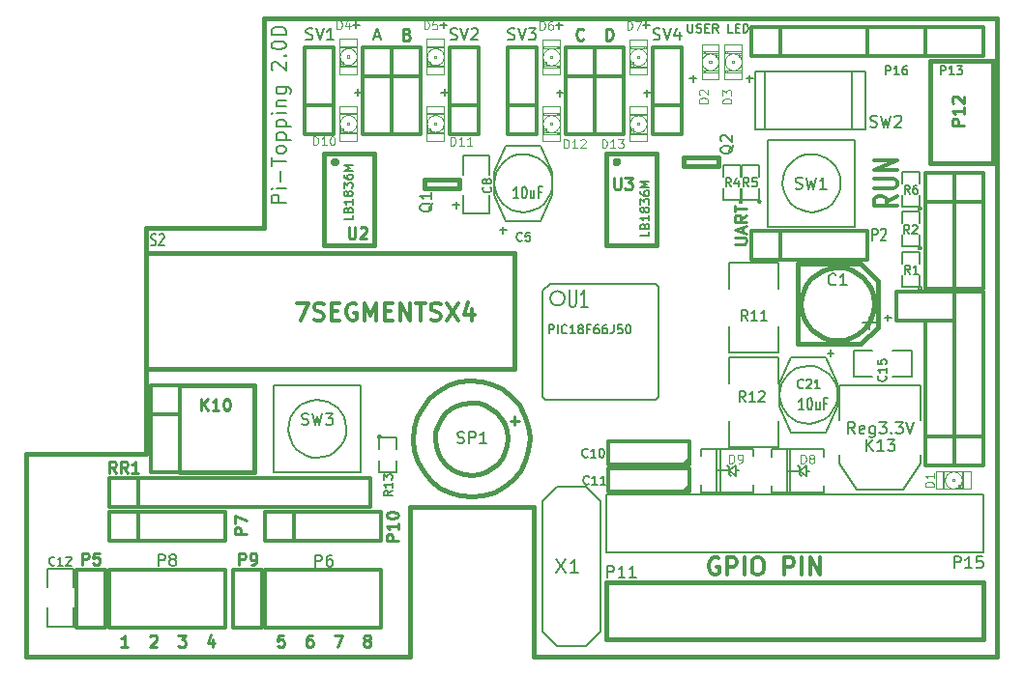
<source format=gto>
G04 (created by PCBNEW-RS274X (2012-01-19 BZR 3256)-stable) date 5/6/2556 16:26:55*
G01*
G70*
G90*
%MOIN*%
G04 Gerber Fmt 3.4, Leading zero omitted, Abs format*
%FSLAX34Y34*%
G04 APERTURE LIST*
%ADD10C,0.006000*%
%ADD11C,0.010000*%
%ADD12C,0.012000*%
%ADD13C,0.007500*%
%ADD14C,0.015000*%
%ADD15C,0.008000*%
%ADD16C,0.002600*%
%ADD17C,0.004000*%
%ADD18C,0.005000*%
%ADD19C,0.005900*%
%ADD20C,0.003500*%
%ADD21C,0.006200*%
G04 APERTURE END LIST*
G54D10*
G54D11*
X56128Y-42094D02*
X56433Y-42094D01*
X56281Y-42246D02*
X56281Y-41941D01*
G54D12*
X63314Y-46841D02*
X63257Y-46813D01*
X63171Y-46813D01*
X63086Y-46841D01*
X63028Y-46899D01*
X63000Y-46956D01*
X62971Y-47070D01*
X62971Y-47156D01*
X63000Y-47270D01*
X63028Y-47327D01*
X63086Y-47384D01*
X63171Y-47413D01*
X63228Y-47413D01*
X63314Y-47384D01*
X63343Y-47356D01*
X63343Y-47156D01*
X63228Y-47156D01*
X63600Y-47413D02*
X63600Y-46813D01*
X63828Y-46813D01*
X63886Y-46841D01*
X63914Y-46870D01*
X63943Y-46927D01*
X63943Y-47013D01*
X63914Y-47070D01*
X63886Y-47099D01*
X63828Y-47127D01*
X63600Y-47127D01*
X64200Y-47413D02*
X64200Y-46813D01*
X64600Y-46813D02*
X64714Y-46813D01*
X64772Y-46841D01*
X64829Y-46899D01*
X64857Y-47013D01*
X64857Y-47213D01*
X64829Y-47327D01*
X64772Y-47384D01*
X64714Y-47413D01*
X64600Y-47413D01*
X64543Y-47384D01*
X64486Y-47327D01*
X64457Y-47213D01*
X64457Y-47013D01*
X64486Y-46899D01*
X64543Y-46841D01*
X64600Y-46813D01*
X65572Y-47413D02*
X65572Y-46813D01*
X65800Y-46813D01*
X65858Y-46841D01*
X65886Y-46870D01*
X65915Y-46927D01*
X65915Y-47013D01*
X65886Y-47070D01*
X65858Y-47099D01*
X65800Y-47127D01*
X65572Y-47127D01*
X66172Y-47413D02*
X66172Y-46813D01*
X66458Y-47413D02*
X66458Y-46813D01*
X66801Y-47413D01*
X66801Y-46813D01*
G54D13*
X48392Y-34584D02*
X47892Y-34584D01*
X47892Y-34393D01*
X47916Y-34346D01*
X47940Y-34322D01*
X47988Y-34298D01*
X48059Y-34298D01*
X48107Y-34322D01*
X48130Y-34346D01*
X48154Y-34393D01*
X48154Y-34584D01*
X48392Y-34084D02*
X48059Y-34084D01*
X47892Y-34084D02*
X47916Y-34108D01*
X47940Y-34084D01*
X47916Y-34060D01*
X47892Y-34084D01*
X47940Y-34084D01*
X48202Y-33846D02*
X48202Y-33465D01*
X47892Y-33298D02*
X47892Y-33013D01*
X48392Y-33156D02*
X47892Y-33156D01*
X48392Y-32775D02*
X48369Y-32822D01*
X48345Y-32846D01*
X48297Y-32870D01*
X48154Y-32870D01*
X48107Y-32846D01*
X48083Y-32822D01*
X48059Y-32775D01*
X48059Y-32703D01*
X48083Y-32655D01*
X48107Y-32632D01*
X48154Y-32608D01*
X48297Y-32608D01*
X48345Y-32632D01*
X48369Y-32655D01*
X48392Y-32703D01*
X48392Y-32775D01*
X48059Y-32394D02*
X48559Y-32394D01*
X48083Y-32394D02*
X48059Y-32346D01*
X48059Y-32251D01*
X48083Y-32203D01*
X48107Y-32180D01*
X48154Y-32156D01*
X48297Y-32156D01*
X48345Y-32180D01*
X48369Y-32203D01*
X48392Y-32251D01*
X48392Y-32346D01*
X48369Y-32394D01*
X48059Y-31942D02*
X48559Y-31942D01*
X48083Y-31942D02*
X48059Y-31894D01*
X48059Y-31799D01*
X48083Y-31751D01*
X48107Y-31728D01*
X48154Y-31704D01*
X48297Y-31704D01*
X48345Y-31728D01*
X48369Y-31751D01*
X48392Y-31799D01*
X48392Y-31894D01*
X48369Y-31942D01*
X48392Y-31490D02*
X48059Y-31490D01*
X47892Y-31490D02*
X47916Y-31514D01*
X47940Y-31490D01*
X47916Y-31466D01*
X47892Y-31490D01*
X47940Y-31490D01*
X48059Y-31252D02*
X48392Y-31252D01*
X48107Y-31252D02*
X48083Y-31228D01*
X48059Y-31181D01*
X48059Y-31109D01*
X48083Y-31061D01*
X48130Y-31038D01*
X48392Y-31038D01*
X48059Y-30586D02*
X48464Y-30586D01*
X48511Y-30609D01*
X48535Y-30633D01*
X48559Y-30681D01*
X48559Y-30752D01*
X48535Y-30800D01*
X48369Y-30586D02*
X48392Y-30633D01*
X48392Y-30729D01*
X48369Y-30776D01*
X48345Y-30800D01*
X48297Y-30824D01*
X48154Y-30824D01*
X48107Y-30800D01*
X48083Y-30776D01*
X48059Y-30729D01*
X48059Y-30633D01*
X48083Y-30586D01*
X47940Y-29991D02*
X47916Y-29967D01*
X47892Y-29919D01*
X47892Y-29800D01*
X47916Y-29753D01*
X47940Y-29729D01*
X47988Y-29705D01*
X48035Y-29705D01*
X48107Y-29729D01*
X48392Y-30015D01*
X48392Y-29705D01*
X48345Y-29491D02*
X48369Y-29467D01*
X48392Y-29491D01*
X48369Y-29515D01*
X48345Y-29491D01*
X48392Y-29491D01*
X47892Y-29158D02*
X47892Y-29110D01*
X47916Y-29062D01*
X47940Y-29039D01*
X47988Y-29015D01*
X48083Y-28991D01*
X48202Y-28991D01*
X48297Y-29015D01*
X48345Y-29039D01*
X48369Y-29062D01*
X48392Y-29110D01*
X48392Y-29158D01*
X48369Y-29205D01*
X48345Y-29229D01*
X48297Y-29253D01*
X48202Y-29277D01*
X48083Y-29277D01*
X47988Y-29253D01*
X47940Y-29229D01*
X47916Y-29205D01*
X47892Y-29158D01*
X48392Y-28777D02*
X47892Y-28777D01*
X47892Y-28658D01*
X47916Y-28586D01*
X47964Y-28539D01*
X48011Y-28515D01*
X48107Y-28491D01*
X48178Y-28491D01*
X48273Y-28515D01*
X48321Y-28539D01*
X48369Y-28586D01*
X48392Y-28658D01*
X48392Y-28777D01*
X69032Y-38542D02*
X69261Y-38542D01*
X69147Y-38656D02*
X69147Y-38428D01*
X67058Y-39760D02*
X67287Y-39760D01*
X67173Y-39874D02*
X67173Y-39646D01*
X54152Y-34653D02*
X54381Y-34653D01*
X54267Y-34767D02*
X54267Y-34539D01*
X55763Y-35517D02*
X55992Y-35517D01*
X55878Y-35631D02*
X55878Y-35403D01*
X60734Y-30783D02*
X60963Y-30783D01*
X60849Y-30897D02*
X60849Y-30669D01*
X60693Y-28438D02*
X60922Y-28438D01*
X60808Y-28552D02*
X60808Y-28324D01*
X57723Y-30787D02*
X57952Y-30787D01*
X57838Y-30901D02*
X57838Y-30673D01*
X57693Y-28447D02*
X57922Y-28447D01*
X57808Y-28561D02*
X57808Y-28333D01*
X53750Y-30769D02*
X53979Y-30769D01*
X53865Y-30883D02*
X53865Y-30655D01*
X53706Y-28443D02*
X53935Y-28443D01*
X53821Y-28557D02*
X53821Y-28329D01*
X50762Y-30765D02*
X50991Y-30765D01*
X50877Y-30879D02*
X50877Y-30651D01*
X50703Y-28432D02*
X50932Y-28432D01*
X50818Y-28546D02*
X50818Y-28318D01*
X62310Y-30288D02*
X62539Y-30288D01*
X62425Y-30402D02*
X62425Y-30174D01*
X64268Y-30283D02*
X64497Y-30283D01*
X64383Y-30397D02*
X64383Y-30169D01*
G54D10*
X62248Y-28396D02*
X62248Y-28639D01*
X62263Y-28668D01*
X62277Y-28682D01*
X62306Y-28696D01*
X62363Y-28696D01*
X62391Y-28682D01*
X62406Y-28668D01*
X62420Y-28639D01*
X62420Y-28396D01*
X62548Y-28682D02*
X62591Y-28696D01*
X62662Y-28696D01*
X62691Y-28682D01*
X62705Y-28668D01*
X62720Y-28639D01*
X62720Y-28611D01*
X62705Y-28582D01*
X62691Y-28568D01*
X62662Y-28554D01*
X62605Y-28539D01*
X62577Y-28525D01*
X62562Y-28511D01*
X62548Y-28482D01*
X62548Y-28454D01*
X62562Y-28425D01*
X62577Y-28411D01*
X62605Y-28396D01*
X62677Y-28396D01*
X62720Y-28411D01*
X62848Y-28539D02*
X62948Y-28539D01*
X62991Y-28696D02*
X62848Y-28696D01*
X62848Y-28396D01*
X62991Y-28396D01*
X63291Y-28696D02*
X63191Y-28554D01*
X63119Y-28696D02*
X63119Y-28396D01*
X63234Y-28396D01*
X63262Y-28411D01*
X63277Y-28425D01*
X63291Y-28454D01*
X63291Y-28496D01*
X63277Y-28525D01*
X63262Y-28539D01*
X63234Y-28554D01*
X63119Y-28554D01*
X63791Y-28696D02*
X63648Y-28696D01*
X63648Y-28396D01*
X63891Y-28539D02*
X63991Y-28539D01*
X64034Y-28696D02*
X63891Y-28696D01*
X63891Y-28396D01*
X64034Y-28396D01*
X64162Y-28696D02*
X64162Y-28396D01*
X64234Y-28396D01*
X64277Y-28411D01*
X64305Y-28439D01*
X64320Y-28468D01*
X64334Y-28525D01*
X64334Y-28568D01*
X64320Y-28625D01*
X64305Y-28654D01*
X64277Y-28682D01*
X64234Y-28696D01*
X64162Y-28696D01*
G54D11*
X63868Y-35995D02*
X64192Y-35995D01*
X64230Y-35976D01*
X64249Y-35957D01*
X64268Y-35919D01*
X64268Y-35842D01*
X64249Y-35804D01*
X64230Y-35785D01*
X64192Y-35766D01*
X63868Y-35766D01*
X64154Y-35595D02*
X64154Y-35404D01*
X64268Y-35633D02*
X63868Y-35500D01*
X64268Y-35366D01*
X64268Y-35004D02*
X64077Y-35138D01*
X64268Y-35233D02*
X63868Y-35233D01*
X63868Y-35080D01*
X63887Y-35042D01*
X63906Y-35023D01*
X63944Y-35004D01*
X64001Y-35004D01*
X64039Y-35023D01*
X64058Y-35042D01*
X64077Y-35080D01*
X64077Y-35233D01*
X63868Y-34890D02*
X63868Y-34661D01*
X64268Y-34776D02*
X63868Y-34776D01*
G54D12*
X69476Y-34337D02*
X69095Y-34537D01*
X69476Y-34680D02*
X68676Y-34680D01*
X68676Y-34452D01*
X68714Y-34394D01*
X68752Y-34366D01*
X68828Y-34337D01*
X68942Y-34337D01*
X69019Y-34366D01*
X69057Y-34394D01*
X69095Y-34452D01*
X69095Y-34680D01*
X68676Y-34080D02*
X69323Y-34080D01*
X69400Y-34052D01*
X69438Y-34023D01*
X69476Y-33966D01*
X69476Y-33852D01*
X69438Y-33794D01*
X69400Y-33766D01*
X69323Y-33737D01*
X68676Y-33737D01*
X69476Y-33451D02*
X68676Y-33451D01*
X69476Y-33108D01*
X68676Y-33108D01*
G54D11*
X48318Y-49504D02*
X48127Y-49504D01*
X48108Y-49694D01*
X48127Y-49675D01*
X48165Y-49656D01*
X48261Y-49656D01*
X48299Y-49675D01*
X48318Y-49694D01*
X48337Y-49732D01*
X48337Y-49828D01*
X48318Y-49866D01*
X48299Y-49885D01*
X48261Y-49904D01*
X48165Y-49904D01*
X48127Y-49885D01*
X48108Y-49866D01*
X49290Y-49504D02*
X49213Y-49504D01*
X49175Y-49523D01*
X49156Y-49542D01*
X49118Y-49599D01*
X49099Y-49675D01*
X49099Y-49828D01*
X49118Y-49866D01*
X49137Y-49885D01*
X49175Y-49904D01*
X49252Y-49904D01*
X49290Y-49885D01*
X49309Y-49866D01*
X49328Y-49828D01*
X49328Y-49732D01*
X49309Y-49694D01*
X49290Y-49675D01*
X49252Y-49656D01*
X49175Y-49656D01*
X49137Y-49675D01*
X49118Y-49694D01*
X49099Y-49732D01*
X50071Y-49504D02*
X50338Y-49504D01*
X50166Y-49904D01*
X51157Y-49675D02*
X51119Y-49656D01*
X51100Y-49637D01*
X51081Y-49599D01*
X51081Y-49580D01*
X51100Y-49542D01*
X51119Y-49523D01*
X51157Y-49504D01*
X51234Y-49504D01*
X51272Y-49523D01*
X51291Y-49542D01*
X51310Y-49580D01*
X51310Y-49599D01*
X51291Y-49637D01*
X51272Y-49656D01*
X51234Y-49675D01*
X51157Y-49675D01*
X51119Y-49694D01*
X51100Y-49713D01*
X51081Y-49752D01*
X51081Y-49828D01*
X51100Y-49866D01*
X51119Y-49885D01*
X51157Y-49904D01*
X51234Y-49904D01*
X51272Y-49885D01*
X51291Y-49866D01*
X51310Y-49828D01*
X51310Y-49752D01*
X51291Y-49713D01*
X51272Y-49694D01*
X51234Y-49675D01*
X42949Y-49903D02*
X42720Y-49903D01*
X42834Y-49903D02*
X42834Y-49503D01*
X42796Y-49560D01*
X42758Y-49598D01*
X42720Y-49617D01*
X43711Y-49541D02*
X43730Y-49522D01*
X43768Y-49503D01*
X43864Y-49503D01*
X43902Y-49522D01*
X43921Y-49541D01*
X43940Y-49579D01*
X43940Y-49617D01*
X43921Y-49674D01*
X43692Y-49903D01*
X43940Y-49903D01*
X44683Y-49503D02*
X44931Y-49503D01*
X44797Y-49655D01*
X44855Y-49655D01*
X44893Y-49674D01*
X44912Y-49693D01*
X44931Y-49731D01*
X44931Y-49827D01*
X44912Y-49865D01*
X44893Y-49884D01*
X44855Y-49903D01*
X44740Y-49903D01*
X44702Y-49884D01*
X44683Y-49865D01*
X45884Y-49636D02*
X45884Y-49903D01*
X45788Y-49484D02*
X45693Y-49770D01*
X45941Y-49770D01*
G54D13*
X61057Y-28934D02*
X61114Y-28953D01*
X61210Y-28953D01*
X61248Y-28934D01*
X61267Y-28915D01*
X61286Y-28877D01*
X61286Y-28839D01*
X61267Y-28801D01*
X61248Y-28781D01*
X61210Y-28762D01*
X61133Y-28743D01*
X61095Y-28724D01*
X61076Y-28705D01*
X61057Y-28667D01*
X61057Y-28629D01*
X61076Y-28591D01*
X61095Y-28572D01*
X61133Y-28553D01*
X61229Y-28553D01*
X61286Y-28572D01*
X61400Y-28553D02*
X61533Y-28953D01*
X61667Y-28553D01*
X61972Y-28686D02*
X61972Y-28953D01*
X61876Y-28534D02*
X61781Y-28820D01*
X62029Y-28820D01*
X56050Y-28931D02*
X56107Y-28950D01*
X56203Y-28950D01*
X56241Y-28931D01*
X56260Y-28912D01*
X56279Y-28874D01*
X56279Y-28836D01*
X56260Y-28798D01*
X56241Y-28778D01*
X56203Y-28759D01*
X56126Y-28740D01*
X56088Y-28721D01*
X56069Y-28702D01*
X56050Y-28664D01*
X56050Y-28626D01*
X56069Y-28588D01*
X56088Y-28569D01*
X56126Y-28550D01*
X56222Y-28550D01*
X56279Y-28569D01*
X56393Y-28550D02*
X56526Y-28950D01*
X56660Y-28550D01*
X56755Y-28550D02*
X57003Y-28550D01*
X56869Y-28702D01*
X56927Y-28702D01*
X56965Y-28721D01*
X56984Y-28740D01*
X57003Y-28778D01*
X57003Y-28874D01*
X56984Y-28912D01*
X56965Y-28931D01*
X56927Y-28950D01*
X56812Y-28950D01*
X56774Y-28931D01*
X56755Y-28912D01*
X54064Y-28931D02*
X54121Y-28950D01*
X54217Y-28950D01*
X54255Y-28931D01*
X54274Y-28912D01*
X54293Y-28874D01*
X54293Y-28836D01*
X54274Y-28798D01*
X54255Y-28778D01*
X54217Y-28759D01*
X54140Y-28740D01*
X54102Y-28721D01*
X54083Y-28702D01*
X54064Y-28664D01*
X54064Y-28626D01*
X54083Y-28588D01*
X54102Y-28569D01*
X54140Y-28550D01*
X54236Y-28550D01*
X54293Y-28569D01*
X54407Y-28550D02*
X54540Y-28950D01*
X54674Y-28550D01*
X54788Y-28588D02*
X54807Y-28569D01*
X54845Y-28550D01*
X54941Y-28550D01*
X54979Y-28569D01*
X54998Y-28588D01*
X55017Y-28626D01*
X55017Y-28664D01*
X54998Y-28721D01*
X54769Y-28950D01*
X55017Y-28950D01*
X49087Y-28931D02*
X49144Y-28950D01*
X49240Y-28950D01*
X49278Y-28931D01*
X49297Y-28912D01*
X49316Y-28874D01*
X49316Y-28836D01*
X49297Y-28798D01*
X49278Y-28778D01*
X49240Y-28759D01*
X49163Y-28740D01*
X49125Y-28721D01*
X49106Y-28702D01*
X49087Y-28664D01*
X49087Y-28626D01*
X49106Y-28588D01*
X49125Y-28569D01*
X49163Y-28550D01*
X49259Y-28550D01*
X49316Y-28569D01*
X49430Y-28550D02*
X49563Y-28950D01*
X49697Y-28550D01*
X50040Y-28950D02*
X49811Y-28950D01*
X49925Y-28950D02*
X49925Y-28550D01*
X49887Y-28607D01*
X49849Y-28645D01*
X49811Y-28664D01*
G54D11*
X59433Y-28962D02*
X59433Y-28562D01*
X59528Y-28562D01*
X59586Y-28581D01*
X59624Y-28619D01*
X59643Y-28657D01*
X59662Y-28733D01*
X59662Y-28790D01*
X59643Y-28867D01*
X59624Y-28905D01*
X59586Y-28943D01*
X59528Y-28962D01*
X59433Y-28962D01*
X58654Y-28924D02*
X58635Y-28943D01*
X58578Y-28962D01*
X58540Y-28962D01*
X58482Y-28943D01*
X58444Y-28905D01*
X58425Y-28867D01*
X58406Y-28790D01*
X58406Y-28733D01*
X58425Y-28657D01*
X58444Y-28619D01*
X58482Y-28581D01*
X58540Y-28562D01*
X58578Y-28562D01*
X58635Y-28581D01*
X58654Y-28600D01*
X52571Y-28757D02*
X52628Y-28776D01*
X52647Y-28795D01*
X52666Y-28834D01*
X52666Y-28891D01*
X52647Y-28929D01*
X52628Y-28948D01*
X52590Y-28967D01*
X52437Y-28967D01*
X52437Y-28567D01*
X52571Y-28567D01*
X52609Y-28586D01*
X52628Y-28605D01*
X52647Y-28643D01*
X52647Y-28681D01*
X52628Y-28719D01*
X52609Y-28738D01*
X52571Y-28757D01*
X52437Y-28757D01*
G54D13*
X51439Y-28839D02*
X51630Y-28839D01*
X51401Y-28953D02*
X51534Y-28553D01*
X51668Y-28953D01*
G54D14*
X47642Y-35441D02*
X43587Y-35441D01*
X48036Y-28197D02*
X47642Y-28197D01*
X57327Y-50244D02*
X56933Y-50244D01*
X56933Y-45087D02*
X52681Y-45087D01*
X72445Y-47685D02*
X72445Y-49654D01*
X72445Y-49654D02*
X59453Y-49654D01*
X59453Y-49654D02*
X59453Y-47685D01*
X59453Y-47685D02*
X72445Y-47685D01*
X72918Y-50244D02*
X72918Y-28197D01*
X72918Y-28197D02*
X48036Y-28197D01*
X47642Y-28197D02*
X47642Y-35441D01*
X43587Y-35441D02*
X43587Y-43236D01*
X43587Y-43236D02*
X39453Y-43236D01*
X39453Y-43236D02*
X39453Y-50244D01*
X39453Y-50244D02*
X52682Y-50244D01*
X52682Y-50244D02*
X52682Y-45087D01*
X56933Y-45087D02*
X56933Y-50244D01*
X57327Y-50244D02*
X72918Y-50244D01*
X72918Y-50244D02*
X72918Y-28197D01*
X72918Y-28197D02*
X72918Y-50244D01*
G54D15*
X72449Y-49670D02*
X72449Y-47670D01*
X72449Y-47670D02*
X59449Y-47670D01*
X72449Y-47670D02*
X59449Y-47670D01*
X59449Y-49670D02*
X72449Y-49670D01*
X72449Y-49670D02*
X72449Y-47670D01*
X59449Y-47670D02*
X59449Y-49670D01*
G54D12*
X64443Y-35527D02*
X64443Y-35527D01*
X64443Y-36527D02*
X64443Y-35527D01*
X64443Y-35527D02*
X64443Y-35527D01*
X64443Y-35527D02*
X68443Y-35527D01*
X68443Y-35527D02*
X68443Y-36527D01*
X68443Y-36527D02*
X64443Y-36527D01*
X65443Y-36527D02*
X65443Y-35527D01*
G54D16*
X71361Y-44184D02*
X71439Y-44184D01*
X71439Y-44184D02*
X71439Y-44106D01*
X71361Y-44106D02*
X71439Y-44106D01*
X71361Y-44184D02*
X71361Y-44106D01*
X71577Y-44420D02*
X71714Y-44420D01*
X71714Y-44420D02*
X71714Y-44322D01*
X71577Y-44322D02*
X71714Y-44322D01*
X71577Y-44420D02*
X71577Y-44322D01*
X71714Y-44420D02*
X71754Y-44420D01*
X71754Y-44420D02*
X71754Y-43949D01*
X71714Y-43949D02*
X71754Y-43949D01*
X71714Y-44420D02*
X71714Y-43949D01*
X71714Y-43929D02*
X71754Y-43929D01*
X71754Y-43929D02*
X71754Y-43870D01*
X71714Y-43870D02*
X71754Y-43870D01*
X71714Y-43929D02*
X71714Y-43870D01*
X71046Y-44420D02*
X71086Y-44420D01*
X71086Y-44420D02*
X71086Y-43949D01*
X71046Y-43949D02*
X71086Y-43949D01*
X71046Y-44420D02*
X71046Y-43949D01*
X71046Y-43929D02*
X71086Y-43929D01*
X71086Y-43929D02*
X71086Y-43870D01*
X71046Y-43870D02*
X71086Y-43870D01*
X71046Y-43929D02*
X71046Y-43870D01*
X71577Y-44420D02*
X71636Y-44420D01*
X71636Y-44420D02*
X71636Y-44322D01*
X71577Y-44322D02*
X71636Y-44322D01*
X71577Y-44420D02*
X71577Y-44322D01*
G54D17*
X72010Y-44440D02*
X70790Y-44440D01*
X70790Y-44440D02*
X70790Y-43850D01*
X70790Y-43850D02*
X72010Y-43850D01*
X72010Y-43850D02*
X72010Y-44440D01*
X71186Y-44341D02*
X71204Y-44359D01*
X71223Y-44375D01*
X71244Y-44390D01*
X71266Y-44402D01*
X71289Y-44413D01*
X71313Y-44422D01*
X71337Y-44428D01*
X71362Y-44433D01*
X71387Y-44435D01*
X71412Y-44435D01*
X71437Y-44433D01*
X71462Y-44429D01*
X71487Y-44422D01*
X71510Y-44414D01*
X71533Y-44403D01*
X71555Y-44390D01*
X71576Y-44376D01*
X71596Y-44359D01*
X71614Y-44341D01*
X71615Y-44340D01*
X71185Y-43950D02*
X71169Y-43969D01*
X71155Y-43990D01*
X71142Y-44012D01*
X71131Y-44035D01*
X71123Y-44059D01*
X71116Y-44084D01*
X71112Y-44109D01*
X71110Y-44134D01*
X71110Y-44158D01*
X71112Y-44183D01*
X71117Y-44208D01*
X71123Y-44233D01*
X71132Y-44257D01*
X71143Y-44280D01*
X71156Y-44302D01*
X71170Y-44322D01*
X71185Y-44340D01*
X71614Y-43949D02*
X71596Y-43931D01*
X71577Y-43915D01*
X71556Y-43900D01*
X71534Y-43888D01*
X71511Y-43877D01*
X71487Y-43868D01*
X71463Y-43862D01*
X71438Y-43857D01*
X71413Y-43855D01*
X71388Y-43855D01*
X71363Y-43857D01*
X71338Y-43861D01*
X71313Y-43868D01*
X71290Y-43876D01*
X71267Y-43887D01*
X71245Y-43900D01*
X71224Y-43914D01*
X71204Y-43931D01*
X71186Y-43949D01*
X71185Y-43950D01*
X71615Y-44340D02*
X71631Y-44321D01*
X71645Y-44300D01*
X71658Y-44278D01*
X71669Y-44255D01*
X71677Y-44231D01*
X71684Y-44206D01*
X71688Y-44181D01*
X71690Y-44156D01*
X71690Y-44132D01*
X71688Y-44107D01*
X71683Y-44082D01*
X71677Y-44057D01*
X71668Y-44033D01*
X71657Y-44010D01*
X71644Y-43988D01*
X71630Y-43968D01*
X71615Y-43950D01*
G54D10*
X57746Y-49866D02*
X57246Y-49366D01*
X57246Y-44866D02*
X57746Y-44366D01*
X58746Y-44366D02*
X59246Y-44866D01*
X58746Y-49866D02*
X59246Y-49366D01*
X57246Y-49366D02*
X57246Y-44866D01*
X57746Y-49866D02*
X58746Y-49866D01*
X59246Y-49366D02*
X59246Y-44866D01*
X58746Y-44366D02*
X57746Y-44366D01*
G54D12*
X42178Y-49237D02*
X41178Y-49237D01*
X41178Y-49237D02*
X41178Y-47237D01*
X41178Y-47237D02*
X42178Y-47237D01*
X42178Y-47237D02*
X42178Y-49237D01*
G54D18*
X67516Y-33897D02*
X67496Y-34091D01*
X67440Y-34278D01*
X67348Y-34450D01*
X67225Y-34601D01*
X67075Y-34726D01*
X66903Y-34818D01*
X66717Y-34876D01*
X66522Y-34896D01*
X66329Y-34879D01*
X66142Y-34824D01*
X65969Y-34733D01*
X65817Y-34611D01*
X65691Y-34461D01*
X65597Y-34290D01*
X65538Y-34104D01*
X65517Y-33910D01*
X65533Y-33717D01*
X65587Y-33529D01*
X65676Y-33356D01*
X65797Y-33203D01*
X65946Y-33076D01*
X66116Y-32981D01*
X66302Y-32921D01*
X66496Y-32898D01*
X66689Y-32913D01*
X66877Y-32965D01*
X67051Y-33053D01*
X67205Y-33173D01*
X67333Y-33321D01*
X67429Y-33491D01*
X67491Y-33676D01*
X67515Y-33870D01*
X67516Y-33897D01*
X65016Y-32397D02*
X68016Y-32397D01*
X68016Y-32397D02*
X68016Y-35397D01*
X68016Y-35397D02*
X65016Y-35397D01*
X65016Y-32397D02*
X65016Y-35397D01*
G54D19*
X64560Y-30040D02*
X64910Y-30040D01*
X64560Y-30290D02*
X64560Y-30040D01*
X68360Y-30040D02*
X67910Y-30040D01*
X68360Y-30640D02*
X68360Y-30040D01*
X68360Y-32040D02*
X68360Y-30640D01*
X64560Y-32040D02*
X64560Y-30240D01*
X68260Y-32040D02*
X68360Y-32040D01*
X64910Y-32040D02*
X64560Y-32040D01*
X67910Y-32040D02*
X68260Y-32040D01*
G54D15*
X64910Y-30040D02*
X67910Y-30040D01*
X67910Y-32040D02*
X64910Y-32040D01*
X64910Y-32040D02*
X64910Y-30040D01*
X67910Y-30040D02*
X67910Y-32040D01*
G54D12*
X47686Y-45237D02*
X47686Y-45237D01*
X47686Y-46237D02*
X47686Y-45237D01*
X47686Y-45237D02*
X47686Y-45237D01*
X47686Y-45237D02*
X51686Y-45237D01*
X51686Y-45237D02*
X51686Y-46237D01*
X51686Y-46237D02*
X47686Y-46237D01*
X48686Y-46237D02*
X48686Y-45237D01*
X47564Y-49245D02*
X46564Y-49245D01*
X46564Y-49245D02*
X46564Y-47245D01*
X46564Y-47245D02*
X47564Y-47245D01*
X47564Y-47245D02*
X47564Y-49245D01*
X62314Y-43604D02*
X59514Y-43604D01*
X59514Y-43604D02*
X59514Y-42804D01*
X59514Y-42804D02*
X62314Y-42804D01*
X62314Y-42804D02*
X62314Y-43604D01*
X62314Y-43404D02*
X62114Y-43604D01*
G54D16*
X63057Y-29749D02*
X63057Y-29671D01*
X63057Y-29671D02*
X62979Y-29671D01*
X62979Y-29749D02*
X62979Y-29671D01*
X63057Y-29749D02*
X62979Y-29749D01*
X63293Y-29533D02*
X63293Y-29396D01*
X63293Y-29396D02*
X63195Y-29396D01*
X63195Y-29533D02*
X63195Y-29396D01*
X63293Y-29533D02*
X63195Y-29533D01*
X63293Y-29396D02*
X63293Y-29356D01*
X63293Y-29356D02*
X62822Y-29356D01*
X62822Y-29396D02*
X62822Y-29356D01*
X63293Y-29396D02*
X62822Y-29396D01*
X62802Y-29396D02*
X62802Y-29356D01*
X62802Y-29356D02*
X62743Y-29356D01*
X62743Y-29396D02*
X62743Y-29356D01*
X62802Y-29396D02*
X62743Y-29396D01*
X63293Y-30064D02*
X63293Y-30024D01*
X63293Y-30024D02*
X62822Y-30024D01*
X62822Y-30064D02*
X62822Y-30024D01*
X63293Y-30064D02*
X62822Y-30064D01*
X62802Y-30064D02*
X62802Y-30024D01*
X62802Y-30024D02*
X62743Y-30024D01*
X62743Y-30064D02*
X62743Y-30024D01*
X62802Y-30064D02*
X62743Y-30064D01*
X63293Y-29533D02*
X63293Y-29474D01*
X63293Y-29474D02*
X63195Y-29474D01*
X63195Y-29533D02*
X63195Y-29474D01*
X63293Y-29533D02*
X63195Y-29533D01*
G54D17*
X63313Y-29100D02*
X63313Y-30320D01*
X63313Y-30320D02*
X62723Y-30320D01*
X62723Y-30320D02*
X62723Y-29100D01*
X62723Y-29100D02*
X63313Y-29100D01*
X63214Y-29924D02*
X63232Y-29906D01*
X63248Y-29887D01*
X63263Y-29866D01*
X63275Y-29844D01*
X63286Y-29821D01*
X63295Y-29797D01*
X63301Y-29773D01*
X63306Y-29748D01*
X63308Y-29723D01*
X63308Y-29698D01*
X63306Y-29673D01*
X63302Y-29648D01*
X63295Y-29623D01*
X63287Y-29600D01*
X63276Y-29577D01*
X63263Y-29555D01*
X63249Y-29534D01*
X63232Y-29514D01*
X63214Y-29496D01*
X63213Y-29495D01*
X62823Y-29925D02*
X62842Y-29941D01*
X62863Y-29955D01*
X62885Y-29968D01*
X62908Y-29979D01*
X62932Y-29987D01*
X62957Y-29994D01*
X62982Y-29998D01*
X63007Y-30000D01*
X63031Y-30000D01*
X63056Y-29998D01*
X63081Y-29993D01*
X63106Y-29987D01*
X63130Y-29978D01*
X63153Y-29967D01*
X63175Y-29954D01*
X63195Y-29940D01*
X63213Y-29925D01*
X62822Y-29496D02*
X62804Y-29514D01*
X62788Y-29533D01*
X62773Y-29554D01*
X62761Y-29576D01*
X62750Y-29599D01*
X62741Y-29623D01*
X62735Y-29647D01*
X62730Y-29672D01*
X62728Y-29697D01*
X62728Y-29722D01*
X62730Y-29747D01*
X62734Y-29772D01*
X62741Y-29797D01*
X62749Y-29820D01*
X62760Y-29843D01*
X62773Y-29865D01*
X62787Y-29886D01*
X62804Y-29906D01*
X62822Y-29924D01*
X62823Y-29925D01*
X63213Y-29495D02*
X63194Y-29479D01*
X63173Y-29465D01*
X63151Y-29452D01*
X63128Y-29441D01*
X63104Y-29433D01*
X63079Y-29426D01*
X63054Y-29422D01*
X63029Y-29420D01*
X63005Y-29420D01*
X62980Y-29422D01*
X62955Y-29427D01*
X62930Y-29433D01*
X62906Y-29442D01*
X62883Y-29453D01*
X62861Y-29466D01*
X62841Y-29480D01*
X62823Y-29495D01*
G54D16*
X63854Y-29748D02*
X63854Y-29670D01*
X63854Y-29670D02*
X63776Y-29670D01*
X63776Y-29748D02*
X63776Y-29670D01*
X63854Y-29748D02*
X63776Y-29748D01*
X64090Y-29532D02*
X64090Y-29395D01*
X64090Y-29395D02*
X63992Y-29395D01*
X63992Y-29532D02*
X63992Y-29395D01*
X64090Y-29532D02*
X63992Y-29532D01*
X64090Y-29395D02*
X64090Y-29355D01*
X64090Y-29355D02*
X63619Y-29355D01*
X63619Y-29395D02*
X63619Y-29355D01*
X64090Y-29395D02*
X63619Y-29395D01*
X63599Y-29395D02*
X63599Y-29355D01*
X63599Y-29355D02*
X63540Y-29355D01*
X63540Y-29395D02*
X63540Y-29355D01*
X63599Y-29395D02*
X63540Y-29395D01*
X64090Y-30063D02*
X64090Y-30023D01*
X64090Y-30023D02*
X63619Y-30023D01*
X63619Y-30063D02*
X63619Y-30023D01*
X64090Y-30063D02*
X63619Y-30063D01*
X63599Y-30063D02*
X63599Y-30023D01*
X63599Y-30023D02*
X63540Y-30023D01*
X63540Y-30063D02*
X63540Y-30023D01*
X63599Y-30063D02*
X63540Y-30063D01*
X64090Y-29532D02*
X64090Y-29473D01*
X64090Y-29473D02*
X63992Y-29473D01*
X63992Y-29532D02*
X63992Y-29473D01*
X64090Y-29532D02*
X63992Y-29532D01*
G54D17*
X64110Y-29099D02*
X64110Y-30319D01*
X64110Y-30319D02*
X63520Y-30319D01*
X63520Y-30319D02*
X63520Y-29099D01*
X63520Y-29099D02*
X64110Y-29099D01*
X64011Y-29923D02*
X64029Y-29905D01*
X64045Y-29886D01*
X64060Y-29865D01*
X64072Y-29843D01*
X64083Y-29820D01*
X64092Y-29796D01*
X64098Y-29772D01*
X64103Y-29747D01*
X64105Y-29722D01*
X64105Y-29697D01*
X64103Y-29672D01*
X64099Y-29647D01*
X64092Y-29622D01*
X64084Y-29599D01*
X64073Y-29576D01*
X64060Y-29554D01*
X64046Y-29533D01*
X64029Y-29513D01*
X64011Y-29495D01*
X64010Y-29494D01*
X63620Y-29924D02*
X63639Y-29940D01*
X63660Y-29954D01*
X63682Y-29967D01*
X63705Y-29978D01*
X63729Y-29986D01*
X63754Y-29993D01*
X63779Y-29997D01*
X63804Y-29999D01*
X63828Y-29999D01*
X63853Y-29997D01*
X63878Y-29992D01*
X63903Y-29986D01*
X63927Y-29977D01*
X63950Y-29966D01*
X63972Y-29953D01*
X63992Y-29939D01*
X64010Y-29924D01*
X63619Y-29495D02*
X63601Y-29513D01*
X63585Y-29532D01*
X63570Y-29553D01*
X63558Y-29575D01*
X63547Y-29598D01*
X63538Y-29622D01*
X63532Y-29646D01*
X63527Y-29671D01*
X63525Y-29696D01*
X63525Y-29721D01*
X63527Y-29746D01*
X63531Y-29771D01*
X63538Y-29796D01*
X63546Y-29819D01*
X63557Y-29842D01*
X63570Y-29864D01*
X63584Y-29885D01*
X63601Y-29905D01*
X63619Y-29923D01*
X63620Y-29924D01*
X64010Y-29494D02*
X63991Y-29478D01*
X63970Y-29464D01*
X63948Y-29451D01*
X63925Y-29440D01*
X63901Y-29432D01*
X63876Y-29425D01*
X63851Y-29421D01*
X63826Y-29419D01*
X63802Y-29419D01*
X63777Y-29421D01*
X63752Y-29426D01*
X63727Y-29432D01*
X63703Y-29441D01*
X63680Y-29452D01*
X63658Y-29465D01*
X63638Y-29479D01*
X63620Y-29494D01*
G54D15*
X57253Y-37621D02*
X57503Y-37371D01*
X57503Y-37371D02*
X61153Y-37371D01*
X61153Y-37371D02*
X61253Y-37471D01*
X61253Y-37471D02*
X61253Y-41271D01*
X61253Y-41271D02*
X61153Y-41371D01*
X61153Y-41371D02*
X57353Y-41371D01*
X57353Y-41371D02*
X57253Y-41271D01*
X57253Y-41271D02*
X57253Y-37621D01*
X58003Y-37871D02*
X57998Y-37919D01*
X57984Y-37966D01*
X57961Y-38009D01*
X57930Y-38047D01*
X57892Y-38078D01*
X57849Y-38101D01*
X57803Y-38115D01*
X57754Y-38120D01*
X57707Y-38116D01*
X57660Y-38102D01*
X57617Y-38080D01*
X57579Y-38049D01*
X57547Y-38012D01*
X57524Y-37969D01*
X57509Y-37922D01*
X57504Y-37874D01*
X57508Y-37826D01*
X57521Y-37779D01*
X57543Y-37736D01*
X57574Y-37698D01*
X57611Y-37666D01*
X57653Y-37642D01*
X57700Y-37627D01*
X57748Y-37622D01*
X57796Y-37625D01*
X57843Y-37638D01*
X57886Y-37660D01*
X57925Y-37690D01*
X57957Y-37727D01*
X57981Y-37770D01*
X57996Y-37816D01*
X58002Y-37865D01*
X58003Y-37871D01*
G54D12*
X51038Y-29192D02*
X52038Y-29192D01*
X52038Y-29192D02*
X52038Y-32192D01*
X52038Y-32192D02*
X51038Y-32192D01*
X51038Y-32192D02*
X51038Y-29192D01*
X52038Y-30192D02*
X51038Y-30192D01*
X52038Y-29192D02*
X53038Y-29192D01*
X53038Y-29192D02*
X53038Y-32192D01*
X53038Y-32192D02*
X52038Y-32192D01*
X52038Y-32192D02*
X52038Y-29192D01*
X53038Y-30192D02*
X52038Y-30192D01*
G54D14*
X56261Y-36304D02*
X56261Y-40320D01*
X56261Y-40320D02*
X43584Y-40320D01*
X43584Y-36304D02*
X43584Y-40320D01*
X43584Y-36304D02*
X56261Y-36304D01*
G54D15*
X70280Y-42080D02*
X70280Y-40880D01*
X70280Y-40880D02*
X67480Y-40880D01*
X67480Y-40880D02*
X67480Y-42080D01*
X70280Y-43280D02*
X70280Y-43580D01*
X70280Y-43580D02*
X69680Y-44480D01*
X69680Y-44480D02*
X68080Y-44480D01*
X68080Y-44480D02*
X67480Y-43580D01*
X67480Y-43580D02*
X67480Y-43280D01*
G54D12*
X51304Y-44064D02*
X51304Y-45064D01*
X51304Y-45064D02*
X42304Y-45064D01*
X42304Y-45064D02*
X42304Y-44064D01*
X51304Y-44064D02*
X42304Y-44064D01*
X43304Y-44064D02*
X43304Y-45064D01*
X62038Y-32192D02*
X61038Y-32192D01*
X61038Y-32192D02*
X61038Y-29192D01*
X61038Y-29192D02*
X62038Y-29192D01*
X62038Y-29192D02*
X62038Y-32192D01*
X61038Y-31192D02*
X62038Y-31192D01*
X57038Y-32192D02*
X56038Y-32192D01*
X56038Y-32192D02*
X56038Y-29192D01*
X56038Y-29192D02*
X57038Y-29192D01*
X57038Y-29192D02*
X57038Y-32192D01*
X56038Y-31192D02*
X57038Y-31192D01*
X55038Y-32192D02*
X54038Y-32192D01*
X54038Y-32192D02*
X54038Y-29192D01*
X54038Y-29192D02*
X55038Y-29192D01*
X55038Y-29192D02*
X55038Y-32192D01*
X54038Y-31192D02*
X55038Y-31192D01*
X50038Y-32192D02*
X49038Y-32192D01*
X49038Y-32192D02*
X49038Y-29192D01*
X49038Y-29192D02*
X50038Y-29192D01*
X50038Y-29192D02*
X50038Y-32192D01*
X49038Y-31192D02*
X50038Y-31192D01*
G54D14*
X50126Y-33163D02*
X50124Y-33173D01*
X50121Y-33183D01*
X50116Y-33193D01*
X50110Y-33201D01*
X50101Y-33208D01*
X50092Y-33213D01*
X50082Y-33216D01*
X50071Y-33217D01*
X50061Y-33217D01*
X50051Y-33213D01*
X50041Y-33209D01*
X50033Y-33202D01*
X50026Y-33194D01*
X50021Y-33184D01*
X50018Y-33174D01*
X50017Y-33163D01*
X50017Y-33154D01*
X50020Y-33143D01*
X50025Y-33134D01*
X50032Y-33125D01*
X50040Y-33118D01*
X50049Y-33113D01*
X50060Y-33110D01*
X50070Y-33109D01*
X50080Y-33109D01*
X50090Y-33112D01*
X50100Y-33117D01*
X50108Y-33124D01*
X50115Y-33132D01*
X50121Y-33141D01*
X50124Y-33151D01*
X50125Y-33162D01*
X50126Y-33163D01*
X51448Y-32887D02*
X51448Y-36037D01*
X51448Y-36037D02*
X49716Y-36037D01*
X49716Y-32887D02*
X49716Y-36037D01*
X49716Y-32887D02*
X51448Y-32887D01*
X59834Y-33151D02*
X59832Y-33161D01*
X59829Y-33171D01*
X59824Y-33181D01*
X59818Y-33189D01*
X59809Y-33196D01*
X59800Y-33201D01*
X59790Y-33204D01*
X59779Y-33205D01*
X59769Y-33205D01*
X59759Y-33201D01*
X59749Y-33197D01*
X59741Y-33190D01*
X59734Y-33182D01*
X59729Y-33172D01*
X59726Y-33162D01*
X59725Y-33151D01*
X59725Y-33142D01*
X59728Y-33131D01*
X59733Y-33122D01*
X59740Y-33113D01*
X59748Y-33106D01*
X59757Y-33101D01*
X59768Y-33098D01*
X59778Y-33097D01*
X59788Y-33097D01*
X59798Y-33100D01*
X59808Y-33105D01*
X59816Y-33112D01*
X59823Y-33120D01*
X59829Y-33129D01*
X59832Y-33139D01*
X59833Y-33150D01*
X59834Y-33151D01*
X61156Y-32875D02*
X61156Y-36025D01*
X61156Y-36025D02*
X59424Y-36025D01*
X59424Y-32875D02*
X59424Y-36025D01*
X59424Y-32875D02*
X61156Y-32875D01*
X47308Y-40865D02*
X47308Y-43857D01*
X44748Y-40865D02*
X47307Y-40865D01*
X44749Y-43858D02*
X47308Y-43858D01*
G54D12*
X43737Y-40861D02*
X44737Y-40861D01*
X44737Y-40861D02*
X44737Y-43861D01*
X44737Y-43861D02*
X43737Y-43861D01*
X43737Y-43861D02*
X43737Y-40861D01*
X44737Y-41861D02*
X43737Y-41861D01*
G54D15*
X57580Y-33900D02*
X57580Y-34300D01*
X57580Y-34300D02*
X57180Y-35200D01*
X57180Y-35200D02*
X55980Y-35200D01*
X55980Y-35200D02*
X55580Y-34300D01*
X55580Y-34300D02*
X55580Y-33500D01*
X55580Y-33500D02*
X55980Y-32600D01*
X55980Y-32600D02*
X57180Y-32600D01*
X57180Y-32600D02*
X57580Y-33500D01*
X57580Y-33500D02*
X57580Y-33900D01*
X57580Y-33900D02*
X57560Y-34094D01*
X57504Y-34281D01*
X57412Y-34453D01*
X57289Y-34604D01*
X57139Y-34729D01*
X56967Y-34821D01*
X56781Y-34879D01*
X56586Y-34899D01*
X56393Y-34882D01*
X56206Y-34827D01*
X56033Y-34736D01*
X55881Y-34614D01*
X55755Y-34464D01*
X55661Y-34293D01*
X55602Y-34107D01*
X55581Y-33913D01*
X55597Y-33720D01*
X55651Y-33532D01*
X55740Y-33359D01*
X55861Y-33206D01*
X56010Y-33079D01*
X56180Y-32984D01*
X56366Y-32924D01*
X56560Y-32901D01*
X56753Y-32916D01*
X56941Y-32968D01*
X57115Y-33056D01*
X57269Y-33176D01*
X57397Y-33324D01*
X57493Y-33494D01*
X57555Y-33679D01*
X57579Y-33873D01*
X57580Y-33900D01*
G54D12*
X62314Y-44536D02*
X59514Y-44536D01*
X59514Y-44536D02*
X59514Y-43736D01*
X59514Y-43736D02*
X62314Y-43736D01*
X62314Y-43736D02*
X62314Y-44536D01*
X62314Y-44336D02*
X62114Y-44536D01*
X58038Y-29192D02*
X59038Y-29192D01*
X59038Y-29192D02*
X59038Y-32192D01*
X59038Y-32192D02*
X58038Y-32192D01*
X58038Y-32192D02*
X58038Y-29192D01*
X59038Y-30192D02*
X58038Y-30192D01*
X59038Y-29192D02*
X60038Y-29192D01*
X60038Y-29192D02*
X60038Y-32192D01*
X60038Y-32192D02*
X59038Y-32192D01*
X59038Y-32192D02*
X59038Y-29192D01*
X60038Y-30192D02*
X59038Y-30192D01*
X72450Y-43650D02*
X71450Y-43650D01*
X71450Y-43650D02*
X71450Y-37650D01*
X71450Y-37650D02*
X72450Y-37650D01*
X72450Y-37650D02*
X72450Y-43650D01*
X72450Y-42650D02*
X71450Y-42650D01*
X71450Y-43650D02*
X70450Y-43650D01*
X70450Y-43650D02*
X70450Y-38650D01*
X70450Y-38650D02*
X71450Y-38650D01*
X71450Y-38650D02*
X71450Y-43650D01*
X71450Y-42650D02*
X70450Y-42650D01*
X51686Y-49237D02*
X47686Y-49237D01*
X47686Y-49237D02*
X47686Y-47237D01*
X47686Y-47237D02*
X51686Y-47237D01*
X51686Y-47237D02*
X51686Y-49237D01*
X42300Y-45237D02*
X42300Y-45237D01*
X42300Y-46237D02*
X42300Y-45237D01*
X42300Y-45237D02*
X42300Y-45237D01*
X42300Y-45237D02*
X46300Y-45237D01*
X46300Y-45237D02*
X46300Y-46237D01*
X46300Y-46237D02*
X42300Y-46237D01*
X43300Y-46237D02*
X43300Y-45237D01*
X46300Y-49237D02*
X42300Y-49237D01*
X42300Y-49237D02*
X42300Y-47237D01*
X42300Y-47237D02*
X46300Y-47237D01*
X46300Y-47237D02*
X46300Y-49237D01*
G54D14*
X53162Y-33767D02*
X53162Y-34067D01*
X53162Y-34067D02*
X54362Y-34067D01*
X54362Y-34067D02*
X54362Y-33767D01*
X54362Y-33767D02*
X53162Y-33767D01*
X62094Y-33020D02*
X62094Y-33320D01*
X62094Y-33320D02*
X63294Y-33320D01*
X63294Y-33320D02*
X63294Y-33020D01*
X63294Y-33020D02*
X62094Y-33020D01*
G54D18*
X40177Y-49205D02*
X41077Y-49205D01*
X41077Y-49205D02*
X41077Y-48555D01*
X40177Y-47855D02*
X40177Y-47205D01*
X40177Y-47205D02*
X41077Y-47205D01*
X41077Y-47205D02*
X41077Y-47855D01*
X40177Y-48555D02*
X40177Y-49205D01*
X70300Y-37520D02*
X70299Y-37529D01*
X70296Y-37539D01*
X70291Y-37547D01*
X70285Y-37555D01*
X70277Y-37561D01*
X70269Y-37566D01*
X70260Y-37568D01*
X70250Y-37569D01*
X70241Y-37569D01*
X70232Y-37566D01*
X70223Y-37561D01*
X70216Y-37555D01*
X70209Y-37548D01*
X70205Y-37539D01*
X70202Y-37530D01*
X70201Y-37520D01*
X70201Y-37511D01*
X70204Y-37502D01*
X70208Y-37493D01*
X70215Y-37486D01*
X70222Y-37479D01*
X70230Y-37475D01*
X70240Y-37472D01*
X70249Y-37471D01*
X70258Y-37471D01*
X70268Y-37474D01*
X70276Y-37478D01*
X70284Y-37484D01*
X70290Y-37492D01*
X70295Y-37500D01*
X70298Y-37509D01*
X70299Y-37519D01*
X70300Y-37520D01*
X70250Y-37070D02*
X70250Y-37470D01*
X70250Y-37470D02*
X69650Y-37470D01*
X69650Y-37470D02*
X69650Y-37070D01*
X69650Y-36670D02*
X69650Y-36270D01*
X69650Y-36270D02*
X70250Y-36270D01*
X70250Y-36270D02*
X70250Y-36670D01*
X70290Y-36130D02*
X70289Y-36139D01*
X70286Y-36149D01*
X70281Y-36157D01*
X70275Y-36165D01*
X70267Y-36171D01*
X70259Y-36176D01*
X70250Y-36178D01*
X70240Y-36179D01*
X70231Y-36179D01*
X70222Y-36176D01*
X70213Y-36171D01*
X70206Y-36165D01*
X70199Y-36158D01*
X70195Y-36149D01*
X70192Y-36140D01*
X70191Y-36130D01*
X70191Y-36121D01*
X70194Y-36112D01*
X70198Y-36103D01*
X70205Y-36096D01*
X70212Y-36089D01*
X70220Y-36085D01*
X70230Y-36082D01*
X70239Y-36081D01*
X70248Y-36081D01*
X70258Y-36084D01*
X70266Y-36088D01*
X70274Y-36094D01*
X70280Y-36102D01*
X70285Y-36110D01*
X70288Y-36119D01*
X70289Y-36129D01*
X70290Y-36130D01*
X70240Y-35680D02*
X70240Y-36080D01*
X70240Y-36080D02*
X69640Y-36080D01*
X69640Y-36080D02*
X69640Y-35680D01*
X69640Y-35280D02*
X69640Y-34880D01*
X69640Y-34880D02*
X70240Y-34880D01*
X70240Y-34880D02*
X70240Y-35280D01*
X64120Y-34513D02*
X64119Y-34522D01*
X64116Y-34532D01*
X64111Y-34540D01*
X64105Y-34548D01*
X64097Y-34554D01*
X64089Y-34559D01*
X64080Y-34561D01*
X64070Y-34562D01*
X64061Y-34562D01*
X64052Y-34559D01*
X64043Y-34554D01*
X64036Y-34548D01*
X64029Y-34541D01*
X64025Y-34532D01*
X64022Y-34523D01*
X64021Y-34513D01*
X64021Y-34504D01*
X64024Y-34495D01*
X64028Y-34486D01*
X64035Y-34479D01*
X64042Y-34472D01*
X64050Y-34468D01*
X64060Y-34465D01*
X64069Y-34464D01*
X64078Y-34464D01*
X64088Y-34467D01*
X64096Y-34471D01*
X64104Y-34477D01*
X64110Y-34485D01*
X64115Y-34493D01*
X64118Y-34502D01*
X64119Y-34512D01*
X64120Y-34513D01*
X64070Y-34063D02*
X64070Y-34463D01*
X64070Y-34463D02*
X63470Y-34463D01*
X63470Y-34463D02*
X63470Y-34063D01*
X63470Y-33663D02*
X63470Y-33263D01*
X63470Y-33263D02*
X64070Y-33263D01*
X64070Y-33263D02*
X64070Y-33663D01*
X64757Y-34514D02*
X64756Y-34523D01*
X64753Y-34533D01*
X64748Y-34541D01*
X64742Y-34549D01*
X64734Y-34555D01*
X64726Y-34560D01*
X64717Y-34562D01*
X64707Y-34563D01*
X64698Y-34563D01*
X64689Y-34560D01*
X64680Y-34555D01*
X64673Y-34549D01*
X64666Y-34542D01*
X64662Y-34533D01*
X64659Y-34524D01*
X64658Y-34514D01*
X64658Y-34505D01*
X64661Y-34496D01*
X64665Y-34487D01*
X64672Y-34480D01*
X64679Y-34473D01*
X64687Y-34469D01*
X64697Y-34466D01*
X64706Y-34465D01*
X64715Y-34465D01*
X64725Y-34468D01*
X64733Y-34472D01*
X64741Y-34478D01*
X64747Y-34486D01*
X64752Y-34494D01*
X64755Y-34503D01*
X64756Y-34513D01*
X64757Y-34514D01*
X64707Y-34064D02*
X64707Y-34464D01*
X64707Y-34464D02*
X64107Y-34464D01*
X64107Y-34464D02*
X64107Y-34064D01*
X64107Y-33664D02*
X64107Y-33264D01*
X64107Y-33264D02*
X64707Y-33264D01*
X64707Y-33264D02*
X64707Y-33664D01*
G54D12*
X72450Y-33530D02*
X72450Y-33530D01*
X71450Y-33530D02*
X72450Y-33530D01*
X72450Y-33530D02*
X72450Y-33530D01*
X72450Y-33530D02*
X72450Y-37530D01*
X72450Y-37530D02*
X71450Y-37530D01*
X71450Y-37530D02*
X71450Y-33530D01*
X71450Y-34530D02*
X72450Y-34530D01*
G54D18*
X70302Y-34762D02*
X70301Y-34771D01*
X70298Y-34781D01*
X70293Y-34789D01*
X70287Y-34797D01*
X70279Y-34803D01*
X70271Y-34808D01*
X70262Y-34810D01*
X70252Y-34811D01*
X70243Y-34811D01*
X70234Y-34808D01*
X70225Y-34803D01*
X70218Y-34797D01*
X70211Y-34790D01*
X70207Y-34781D01*
X70204Y-34772D01*
X70203Y-34762D01*
X70203Y-34753D01*
X70206Y-34744D01*
X70210Y-34735D01*
X70217Y-34728D01*
X70224Y-34721D01*
X70232Y-34717D01*
X70242Y-34714D01*
X70251Y-34713D01*
X70260Y-34713D01*
X70270Y-34716D01*
X70278Y-34720D01*
X70286Y-34726D01*
X70292Y-34734D01*
X70297Y-34742D01*
X70300Y-34751D01*
X70301Y-34761D01*
X70302Y-34762D01*
X70252Y-34312D02*
X70252Y-34712D01*
X70252Y-34712D02*
X69652Y-34712D01*
X69652Y-34712D02*
X69652Y-34312D01*
X69652Y-33912D02*
X69652Y-33512D01*
X69652Y-33512D02*
X70252Y-33512D01*
X70252Y-33512D02*
X70252Y-33912D01*
G54D15*
X63676Y-42998D02*
X63676Y-42098D01*
X65376Y-42098D02*
X65376Y-42998D01*
X63676Y-40798D02*
X63676Y-39898D01*
X65376Y-39898D02*
X65376Y-40798D01*
X63676Y-39898D02*
X65376Y-39898D01*
X65376Y-42998D02*
X63676Y-42998D01*
G54D12*
X70444Y-29516D02*
X70444Y-28516D01*
X70444Y-28516D02*
X72444Y-28516D01*
X72444Y-28516D02*
X72444Y-29516D01*
X72444Y-29516D02*
X70444Y-29516D01*
X71430Y-37650D02*
X71430Y-38650D01*
X71430Y-38650D02*
X69430Y-38650D01*
X69430Y-38650D02*
X69430Y-37650D01*
X69430Y-37650D02*
X71430Y-37650D01*
G54D16*
X57501Y-29501D02*
X57501Y-29579D01*
X57501Y-29579D02*
X57579Y-29579D01*
X57579Y-29501D02*
X57579Y-29579D01*
X57501Y-29501D02*
X57579Y-29501D01*
X57265Y-29717D02*
X57265Y-29854D01*
X57265Y-29854D02*
X57363Y-29854D01*
X57363Y-29717D02*
X57363Y-29854D01*
X57265Y-29717D02*
X57363Y-29717D01*
X57265Y-29854D02*
X57265Y-29894D01*
X57265Y-29894D02*
X57736Y-29894D01*
X57736Y-29854D02*
X57736Y-29894D01*
X57265Y-29854D02*
X57736Y-29854D01*
X57756Y-29854D02*
X57756Y-29894D01*
X57756Y-29894D02*
X57815Y-29894D01*
X57815Y-29854D02*
X57815Y-29894D01*
X57756Y-29854D02*
X57815Y-29854D01*
X57265Y-29186D02*
X57265Y-29226D01*
X57265Y-29226D02*
X57736Y-29226D01*
X57736Y-29186D02*
X57736Y-29226D01*
X57265Y-29186D02*
X57736Y-29186D01*
X57756Y-29186D02*
X57756Y-29226D01*
X57756Y-29226D02*
X57815Y-29226D01*
X57815Y-29186D02*
X57815Y-29226D01*
X57756Y-29186D02*
X57815Y-29186D01*
X57265Y-29717D02*
X57265Y-29776D01*
X57265Y-29776D02*
X57363Y-29776D01*
X57363Y-29717D02*
X57363Y-29776D01*
X57265Y-29717D02*
X57363Y-29717D01*
G54D17*
X57245Y-30150D02*
X57245Y-28930D01*
X57245Y-28930D02*
X57835Y-28930D01*
X57835Y-28930D02*
X57835Y-30150D01*
X57835Y-30150D02*
X57245Y-30150D01*
X57344Y-29326D02*
X57326Y-29344D01*
X57310Y-29363D01*
X57295Y-29384D01*
X57283Y-29406D01*
X57272Y-29429D01*
X57263Y-29453D01*
X57257Y-29477D01*
X57252Y-29502D01*
X57250Y-29527D01*
X57250Y-29552D01*
X57252Y-29577D01*
X57256Y-29602D01*
X57263Y-29627D01*
X57271Y-29650D01*
X57282Y-29673D01*
X57295Y-29695D01*
X57309Y-29716D01*
X57326Y-29736D01*
X57344Y-29754D01*
X57345Y-29755D01*
X57735Y-29325D02*
X57716Y-29309D01*
X57695Y-29295D01*
X57673Y-29282D01*
X57650Y-29271D01*
X57626Y-29263D01*
X57601Y-29256D01*
X57576Y-29252D01*
X57551Y-29250D01*
X57527Y-29250D01*
X57502Y-29252D01*
X57477Y-29257D01*
X57452Y-29263D01*
X57428Y-29272D01*
X57405Y-29283D01*
X57383Y-29296D01*
X57363Y-29310D01*
X57345Y-29325D01*
X57736Y-29754D02*
X57754Y-29736D01*
X57770Y-29717D01*
X57785Y-29696D01*
X57797Y-29674D01*
X57808Y-29651D01*
X57817Y-29627D01*
X57823Y-29603D01*
X57828Y-29578D01*
X57830Y-29553D01*
X57830Y-29528D01*
X57828Y-29503D01*
X57824Y-29478D01*
X57817Y-29453D01*
X57809Y-29430D01*
X57798Y-29407D01*
X57785Y-29385D01*
X57771Y-29364D01*
X57754Y-29344D01*
X57736Y-29326D01*
X57735Y-29325D01*
X57345Y-29755D02*
X57364Y-29771D01*
X57385Y-29785D01*
X57407Y-29798D01*
X57430Y-29809D01*
X57454Y-29817D01*
X57479Y-29824D01*
X57504Y-29828D01*
X57529Y-29830D01*
X57553Y-29830D01*
X57578Y-29828D01*
X57603Y-29823D01*
X57628Y-29817D01*
X57652Y-29808D01*
X57675Y-29797D01*
X57697Y-29784D01*
X57717Y-29770D01*
X57735Y-29755D01*
G54D16*
X60498Y-29505D02*
X60498Y-29583D01*
X60498Y-29583D02*
X60576Y-29583D01*
X60576Y-29505D02*
X60576Y-29583D01*
X60498Y-29505D02*
X60576Y-29505D01*
X60262Y-29721D02*
X60262Y-29858D01*
X60262Y-29858D02*
X60360Y-29858D01*
X60360Y-29721D02*
X60360Y-29858D01*
X60262Y-29721D02*
X60360Y-29721D01*
X60262Y-29858D02*
X60262Y-29898D01*
X60262Y-29898D02*
X60733Y-29898D01*
X60733Y-29858D02*
X60733Y-29898D01*
X60262Y-29858D02*
X60733Y-29858D01*
X60753Y-29858D02*
X60753Y-29898D01*
X60753Y-29898D02*
X60812Y-29898D01*
X60812Y-29858D02*
X60812Y-29898D01*
X60753Y-29858D02*
X60812Y-29858D01*
X60262Y-29190D02*
X60262Y-29230D01*
X60262Y-29230D02*
X60733Y-29230D01*
X60733Y-29190D02*
X60733Y-29230D01*
X60262Y-29190D02*
X60733Y-29190D01*
X60753Y-29190D02*
X60753Y-29230D01*
X60753Y-29230D02*
X60812Y-29230D01*
X60812Y-29190D02*
X60812Y-29230D01*
X60753Y-29190D02*
X60812Y-29190D01*
X60262Y-29721D02*
X60262Y-29780D01*
X60262Y-29780D02*
X60360Y-29780D01*
X60360Y-29721D02*
X60360Y-29780D01*
X60262Y-29721D02*
X60360Y-29721D01*
G54D17*
X60242Y-30154D02*
X60242Y-28934D01*
X60242Y-28934D02*
X60832Y-28934D01*
X60832Y-28934D02*
X60832Y-30154D01*
X60832Y-30154D02*
X60242Y-30154D01*
X60341Y-29330D02*
X60323Y-29348D01*
X60307Y-29367D01*
X60292Y-29388D01*
X60280Y-29410D01*
X60269Y-29433D01*
X60260Y-29457D01*
X60254Y-29481D01*
X60249Y-29506D01*
X60247Y-29531D01*
X60247Y-29556D01*
X60249Y-29581D01*
X60253Y-29606D01*
X60260Y-29631D01*
X60268Y-29654D01*
X60279Y-29677D01*
X60292Y-29699D01*
X60306Y-29720D01*
X60323Y-29740D01*
X60341Y-29758D01*
X60342Y-29759D01*
X60732Y-29329D02*
X60713Y-29313D01*
X60692Y-29299D01*
X60670Y-29286D01*
X60647Y-29275D01*
X60623Y-29267D01*
X60598Y-29260D01*
X60573Y-29256D01*
X60548Y-29254D01*
X60524Y-29254D01*
X60499Y-29256D01*
X60474Y-29261D01*
X60449Y-29267D01*
X60425Y-29276D01*
X60402Y-29287D01*
X60380Y-29300D01*
X60360Y-29314D01*
X60342Y-29329D01*
X60733Y-29758D02*
X60751Y-29740D01*
X60767Y-29721D01*
X60782Y-29700D01*
X60794Y-29678D01*
X60805Y-29655D01*
X60814Y-29631D01*
X60820Y-29607D01*
X60825Y-29582D01*
X60827Y-29557D01*
X60827Y-29532D01*
X60825Y-29507D01*
X60821Y-29482D01*
X60814Y-29457D01*
X60806Y-29434D01*
X60795Y-29411D01*
X60782Y-29389D01*
X60768Y-29368D01*
X60751Y-29348D01*
X60733Y-29330D01*
X60732Y-29329D01*
X60342Y-29759D02*
X60361Y-29775D01*
X60382Y-29789D01*
X60404Y-29802D01*
X60427Y-29813D01*
X60451Y-29821D01*
X60476Y-29828D01*
X60501Y-29832D01*
X60526Y-29834D01*
X60550Y-29834D01*
X60575Y-29832D01*
X60600Y-29827D01*
X60625Y-29821D01*
X60649Y-29812D01*
X60672Y-29801D01*
X60694Y-29788D01*
X60714Y-29774D01*
X60732Y-29759D01*
G54D18*
X66346Y-43828D02*
X66426Y-43828D01*
X66946Y-44578D02*
X65146Y-44578D01*
X65146Y-44578D02*
X65146Y-44328D01*
X65786Y-43078D02*
X65786Y-44578D01*
X65656Y-43078D02*
X65656Y-44578D01*
X66946Y-43328D02*
X66946Y-43078D01*
X66946Y-43078D02*
X65146Y-43078D01*
X65146Y-43078D02*
X65146Y-43328D01*
X66946Y-44328D02*
X66946Y-44578D01*
X66096Y-43828D02*
X66346Y-44015D01*
X66346Y-44015D02*
X66346Y-43828D01*
X66346Y-43828D02*
X66346Y-43641D01*
X66346Y-43641D02*
X66096Y-43828D01*
X66096Y-43828D02*
X66096Y-43953D01*
X66096Y-43953D02*
X66158Y-44015D01*
X66096Y-43828D02*
X66096Y-43703D01*
X66096Y-43703D02*
X66034Y-43641D01*
X66096Y-43828D02*
X65659Y-43828D01*
X63920Y-43820D02*
X64000Y-43820D01*
X64520Y-44570D02*
X62720Y-44570D01*
X62720Y-44570D02*
X62720Y-44320D01*
X63360Y-43070D02*
X63360Y-44570D01*
X63230Y-43070D02*
X63230Y-44570D01*
X64520Y-43320D02*
X64520Y-43070D01*
X64520Y-43070D02*
X62720Y-43070D01*
X62720Y-43070D02*
X62720Y-43320D01*
X64520Y-44320D02*
X64520Y-44570D01*
X63670Y-43820D02*
X63920Y-44007D01*
X63920Y-44007D02*
X63920Y-43820D01*
X63920Y-43820D02*
X63920Y-43633D01*
X63920Y-43633D02*
X63670Y-43820D01*
X63670Y-43820D02*
X63670Y-43945D01*
X63670Y-43945D02*
X63732Y-44007D01*
X63670Y-43820D02*
X63670Y-43695D01*
X63670Y-43695D02*
X63608Y-43633D01*
X63670Y-43820D02*
X63233Y-43820D01*
G54D14*
X68788Y-37273D02*
X68197Y-36682D01*
X67410Y-36682D02*
X68197Y-36682D01*
X68788Y-38060D02*
X68788Y-37273D01*
X68788Y-38887D02*
X68197Y-39438D01*
X68788Y-38060D02*
X68788Y-38887D01*
X67410Y-39438D02*
X68197Y-39438D01*
X66032Y-38060D02*
X66032Y-36682D01*
X67410Y-36682D02*
X66071Y-36682D01*
X66032Y-38060D02*
X66032Y-39399D01*
X66032Y-39399D02*
X66032Y-39438D01*
X66032Y-39438D02*
X67410Y-39438D01*
X68670Y-38060D02*
X68646Y-38304D01*
X68574Y-38540D01*
X68459Y-38757D01*
X68304Y-38947D01*
X68114Y-39104D01*
X67898Y-39221D01*
X67663Y-39294D01*
X67418Y-39319D01*
X67174Y-39297D01*
X66938Y-39228D01*
X66721Y-39114D01*
X66529Y-38960D01*
X66371Y-38771D01*
X66252Y-38556D01*
X66178Y-38321D01*
X66151Y-38077D01*
X66171Y-37833D01*
X66239Y-37597D01*
X66351Y-37378D01*
X66504Y-37185D01*
X66691Y-37026D01*
X66906Y-36906D01*
X67140Y-36830D01*
X67384Y-36801D01*
X67628Y-36820D01*
X67865Y-36886D01*
X68085Y-36997D01*
X68278Y-37148D01*
X68439Y-37334D01*
X68561Y-37548D01*
X68638Y-37781D01*
X68669Y-38025D01*
X68670Y-38060D01*
G54D18*
X55393Y-32957D02*
X54493Y-32957D01*
X54493Y-32957D02*
X54493Y-33607D01*
X55393Y-34307D02*
X55393Y-34957D01*
X55393Y-34957D02*
X54493Y-34957D01*
X54493Y-34957D02*
X54493Y-34307D01*
X55393Y-33607D02*
X55393Y-32957D01*
X69964Y-40568D02*
X69964Y-39668D01*
X69964Y-39668D02*
X69314Y-39668D01*
X68614Y-40568D02*
X67964Y-40568D01*
X67964Y-40568D02*
X67964Y-39668D01*
X67964Y-39668D02*
X68614Y-39668D01*
X69314Y-40568D02*
X69964Y-40568D01*
G54D15*
X67416Y-41202D02*
X67416Y-41602D01*
X67416Y-41602D02*
X67016Y-42502D01*
X67016Y-42502D02*
X65816Y-42502D01*
X65816Y-42502D02*
X65416Y-41602D01*
X65416Y-41602D02*
X65416Y-40802D01*
X65416Y-40802D02*
X65816Y-39902D01*
X65816Y-39902D02*
X67016Y-39902D01*
X67016Y-39902D02*
X67416Y-40802D01*
X67416Y-40802D02*
X67416Y-41202D01*
X67416Y-41202D02*
X67396Y-41396D01*
X67340Y-41583D01*
X67248Y-41755D01*
X67125Y-41906D01*
X66975Y-42031D01*
X66803Y-42123D01*
X66617Y-42181D01*
X66422Y-42201D01*
X66229Y-42184D01*
X66042Y-42129D01*
X65869Y-42038D01*
X65717Y-41916D01*
X65591Y-41766D01*
X65497Y-41595D01*
X65438Y-41409D01*
X65417Y-41215D01*
X65433Y-41022D01*
X65487Y-40834D01*
X65576Y-40661D01*
X65697Y-40508D01*
X65846Y-40381D01*
X66016Y-40286D01*
X66202Y-40226D01*
X66396Y-40203D01*
X66589Y-40218D01*
X66777Y-40270D01*
X66951Y-40358D01*
X67105Y-40478D01*
X67233Y-40626D01*
X67329Y-40796D01*
X67391Y-40981D01*
X67415Y-41175D01*
X67416Y-41202D01*
G54D16*
X50501Y-29487D02*
X50501Y-29565D01*
X50501Y-29565D02*
X50579Y-29565D01*
X50579Y-29487D02*
X50579Y-29565D01*
X50501Y-29487D02*
X50579Y-29487D01*
X50265Y-29703D02*
X50265Y-29840D01*
X50265Y-29840D02*
X50363Y-29840D01*
X50363Y-29703D02*
X50363Y-29840D01*
X50265Y-29703D02*
X50363Y-29703D01*
X50265Y-29840D02*
X50265Y-29880D01*
X50265Y-29880D02*
X50736Y-29880D01*
X50736Y-29840D02*
X50736Y-29880D01*
X50265Y-29840D02*
X50736Y-29840D01*
X50756Y-29840D02*
X50756Y-29880D01*
X50756Y-29880D02*
X50815Y-29880D01*
X50815Y-29840D02*
X50815Y-29880D01*
X50756Y-29840D02*
X50815Y-29840D01*
X50265Y-29172D02*
X50265Y-29212D01*
X50265Y-29212D02*
X50736Y-29212D01*
X50736Y-29172D02*
X50736Y-29212D01*
X50265Y-29172D02*
X50736Y-29172D01*
X50756Y-29172D02*
X50756Y-29212D01*
X50756Y-29212D02*
X50815Y-29212D01*
X50815Y-29172D02*
X50815Y-29212D01*
X50756Y-29172D02*
X50815Y-29172D01*
X50265Y-29703D02*
X50265Y-29762D01*
X50265Y-29762D02*
X50363Y-29762D01*
X50363Y-29703D02*
X50363Y-29762D01*
X50265Y-29703D02*
X50363Y-29703D01*
G54D17*
X50245Y-30136D02*
X50245Y-28916D01*
X50245Y-28916D02*
X50835Y-28916D01*
X50835Y-28916D02*
X50835Y-30136D01*
X50835Y-30136D02*
X50245Y-30136D01*
X50344Y-29312D02*
X50326Y-29330D01*
X50310Y-29349D01*
X50295Y-29370D01*
X50283Y-29392D01*
X50272Y-29415D01*
X50263Y-29439D01*
X50257Y-29463D01*
X50252Y-29488D01*
X50250Y-29513D01*
X50250Y-29538D01*
X50252Y-29563D01*
X50256Y-29588D01*
X50263Y-29613D01*
X50271Y-29636D01*
X50282Y-29659D01*
X50295Y-29681D01*
X50309Y-29702D01*
X50326Y-29722D01*
X50344Y-29740D01*
X50345Y-29741D01*
X50735Y-29311D02*
X50716Y-29295D01*
X50695Y-29281D01*
X50673Y-29268D01*
X50650Y-29257D01*
X50626Y-29249D01*
X50601Y-29242D01*
X50576Y-29238D01*
X50551Y-29236D01*
X50527Y-29236D01*
X50502Y-29238D01*
X50477Y-29243D01*
X50452Y-29249D01*
X50428Y-29258D01*
X50405Y-29269D01*
X50383Y-29282D01*
X50363Y-29296D01*
X50345Y-29311D01*
X50736Y-29740D02*
X50754Y-29722D01*
X50770Y-29703D01*
X50785Y-29682D01*
X50797Y-29660D01*
X50808Y-29637D01*
X50817Y-29613D01*
X50823Y-29589D01*
X50828Y-29564D01*
X50830Y-29539D01*
X50830Y-29514D01*
X50828Y-29489D01*
X50824Y-29464D01*
X50817Y-29439D01*
X50809Y-29416D01*
X50798Y-29393D01*
X50785Y-29371D01*
X50771Y-29350D01*
X50754Y-29330D01*
X50736Y-29312D01*
X50735Y-29311D01*
X50345Y-29741D02*
X50364Y-29757D01*
X50385Y-29771D01*
X50407Y-29784D01*
X50430Y-29795D01*
X50454Y-29803D01*
X50479Y-29810D01*
X50504Y-29814D01*
X50529Y-29816D01*
X50553Y-29816D01*
X50578Y-29814D01*
X50603Y-29809D01*
X50628Y-29803D01*
X50652Y-29794D01*
X50675Y-29783D01*
X50697Y-29770D01*
X50717Y-29756D01*
X50735Y-29741D01*
G54D16*
X53504Y-29494D02*
X53504Y-29572D01*
X53504Y-29572D02*
X53582Y-29572D01*
X53582Y-29494D02*
X53582Y-29572D01*
X53504Y-29494D02*
X53582Y-29494D01*
X53268Y-29710D02*
X53268Y-29847D01*
X53268Y-29847D02*
X53366Y-29847D01*
X53366Y-29710D02*
X53366Y-29847D01*
X53268Y-29710D02*
X53366Y-29710D01*
X53268Y-29847D02*
X53268Y-29887D01*
X53268Y-29887D02*
X53739Y-29887D01*
X53739Y-29847D02*
X53739Y-29887D01*
X53268Y-29847D02*
X53739Y-29847D01*
X53759Y-29847D02*
X53759Y-29887D01*
X53759Y-29887D02*
X53818Y-29887D01*
X53818Y-29847D02*
X53818Y-29887D01*
X53759Y-29847D02*
X53818Y-29847D01*
X53268Y-29179D02*
X53268Y-29219D01*
X53268Y-29219D02*
X53739Y-29219D01*
X53739Y-29179D02*
X53739Y-29219D01*
X53268Y-29179D02*
X53739Y-29179D01*
X53759Y-29179D02*
X53759Y-29219D01*
X53759Y-29219D02*
X53818Y-29219D01*
X53818Y-29179D02*
X53818Y-29219D01*
X53759Y-29179D02*
X53818Y-29179D01*
X53268Y-29710D02*
X53268Y-29769D01*
X53268Y-29769D02*
X53366Y-29769D01*
X53366Y-29710D02*
X53366Y-29769D01*
X53268Y-29710D02*
X53366Y-29710D01*
G54D17*
X53248Y-30143D02*
X53248Y-28923D01*
X53248Y-28923D02*
X53838Y-28923D01*
X53838Y-28923D02*
X53838Y-30143D01*
X53838Y-30143D02*
X53248Y-30143D01*
X53347Y-29319D02*
X53329Y-29337D01*
X53313Y-29356D01*
X53298Y-29377D01*
X53286Y-29399D01*
X53275Y-29422D01*
X53266Y-29446D01*
X53260Y-29470D01*
X53255Y-29495D01*
X53253Y-29520D01*
X53253Y-29545D01*
X53255Y-29570D01*
X53259Y-29595D01*
X53266Y-29620D01*
X53274Y-29643D01*
X53285Y-29666D01*
X53298Y-29688D01*
X53312Y-29709D01*
X53329Y-29729D01*
X53347Y-29747D01*
X53348Y-29748D01*
X53738Y-29318D02*
X53719Y-29302D01*
X53698Y-29288D01*
X53676Y-29275D01*
X53653Y-29264D01*
X53629Y-29256D01*
X53604Y-29249D01*
X53579Y-29245D01*
X53554Y-29243D01*
X53530Y-29243D01*
X53505Y-29245D01*
X53480Y-29250D01*
X53455Y-29256D01*
X53431Y-29265D01*
X53408Y-29276D01*
X53386Y-29289D01*
X53366Y-29303D01*
X53348Y-29318D01*
X53739Y-29747D02*
X53757Y-29729D01*
X53773Y-29710D01*
X53788Y-29689D01*
X53800Y-29667D01*
X53811Y-29644D01*
X53820Y-29620D01*
X53826Y-29596D01*
X53831Y-29571D01*
X53833Y-29546D01*
X53833Y-29521D01*
X53831Y-29496D01*
X53827Y-29471D01*
X53820Y-29446D01*
X53812Y-29423D01*
X53801Y-29400D01*
X53788Y-29378D01*
X53774Y-29357D01*
X53757Y-29337D01*
X53739Y-29319D01*
X53738Y-29318D01*
X53348Y-29748D02*
X53367Y-29764D01*
X53388Y-29778D01*
X53410Y-29791D01*
X53433Y-29802D01*
X53457Y-29810D01*
X53482Y-29817D01*
X53507Y-29821D01*
X53532Y-29823D01*
X53556Y-29823D01*
X53581Y-29821D01*
X53606Y-29816D01*
X53631Y-29810D01*
X53655Y-29801D01*
X53678Y-29790D01*
X53700Y-29777D01*
X53720Y-29763D01*
X53738Y-29748D01*
G54D15*
X65380Y-36640D02*
X65380Y-37540D01*
X63680Y-37540D02*
X63680Y-36640D01*
X65380Y-38840D02*
X65380Y-39740D01*
X63680Y-39740D02*
X63680Y-38840D01*
X65380Y-39740D02*
X63680Y-39740D01*
X63680Y-36640D02*
X65380Y-36640D01*
G54D18*
X50476Y-42378D02*
X50456Y-42572D01*
X50400Y-42759D01*
X50308Y-42931D01*
X50185Y-43082D01*
X50035Y-43207D01*
X49863Y-43299D01*
X49677Y-43357D01*
X49482Y-43377D01*
X49289Y-43360D01*
X49102Y-43305D01*
X48929Y-43214D01*
X48777Y-43092D01*
X48651Y-42942D01*
X48557Y-42771D01*
X48498Y-42585D01*
X48477Y-42391D01*
X48493Y-42198D01*
X48547Y-42010D01*
X48636Y-41837D01*
X48757Y-41684D01*
X48906Y-41557D01*
X49076Y-41462D01*
X49262Y-41402D01*
X49456Y-41379D01*
X49649Y-41394D01*
X49837Y-41446D01*
X50011Y-41534D01*
X50165Y-41654D01*
X50293Y-41802D01*
X50389Y-41972D01*
X50451Y-42157D01*
X50475Y-42351D01*
X50476Y-42378D01*
X47976Y-40878D02*
X50976Y-40878D01*
X50976Y-40878D02*
X50976Y-43878D01*
X50976Y-43878D02*
X47976Y-43878D01*
X47976Y-40878D02*
X47976Y-43878D01*
X51659Y-42640D02*
X51658Y-42649D01*
X51655Y-42659D01*
X51650Y-42667D01*
X51644Y-42675D01*
X51636Y-42681D01*
X51628Y-42686D01*
X51619Y-42688D01*
X51609Y-42689D01*
X51600Y-42689D01*
X51591Y-42686D01*
X51582Y-42681D01*
X51575Y-42675D01*
X51568Y-42668D01*
X51564Y-42659D01*
X51561Y-42650D01*
X51560Y-42640D01*
X51560Y-42631D01*
X51563Y-42622D01*
X51567Y-42613D01*
X51574Y-42606D01*
X51581Y-42599D01*
X51589Y-42595D01*
X51599Y-42592D01*
X51608Y-42591D01*
X51617Y-42591D01*
X51627Y-42594D01*
X51635Y-42598D01*
X51643Y-42604D01*
X51649Y-42612D01*
X51654Y-42620D01*
X51657Y-42629D01*
X51658Y-42639D01*
X51659Y-42640D01*
X51609Y-43090D02*
X51609Y-42690D01*
X51609Y-42690D02*
X52209Y-42690D01*
X52209Y-42690D02*
X52209Y-43090D01*
X52209Y-43490D02*
X52209Y-43890D01*
X52209Y-43890D02*
X51609Y-43890D01*
X51609Y-43890D02*
X51609Y-43490D01*
G54D15*
X72451Y-44649D02*
X59451Y-44649D01*
X59451Y-46649D02*
X72451Y-46649D01*
X72451Y-46649D02*
X72451Y-44649D01*
X59451Y-44649D02*
X59451Y-46649D01*
G54D12*
X71453Y-33532D02*
X71453Y-33532D01*
X70453Y-33532D02*
X71453Y-33532D01*
X71453Y-33532D02*
X71453Y-33532D01*
X71453Y-33532D02*
X71453Y-37532D01*
X71453Y-37532D02*
X70453Y-37532D01*
X70453Y-37532D02*
X70453Y-33532D01*
X70453Y-34532D02*
X71453Y-34532D01*
G54D16*
X50501Y-31797D02*
X50501Y-31875D01*
X50501Y-31875D02*
X50579Y-31875D01*
X50579Y-31797D02*
X50579Y-31875D01*
X50501Y-31797D02*
X50579Y-31797D01*
X50265Y-32013D02*
X50265Y-32150D01*
X50265Y-32150D02*
X50363Y-32150D01*
X50363Y-32013D02*
X50363Y-32150D01*
X50265Y-32013D02*
X50363Y-32013D01*
X50265Y-32150D02*
X50265Y-32190D01*
X50265Y-32190D02*
X50736Y-32190D01*
X50736Y-32150D02*
X50736Y-32190D01*
X50265Y-32150D02*
X50736Y-32150D01*
X50756Y-32150D02*
X50756Y-32190D01*
X50756Y-32190D02*
X50815Y-32190D01*
X50815Y-32150D02*
X50815Y-32190D01*
X50756Y-32150D02*
X50815Y-32150D01*
X50265Y-31482D02*
X50265Y-31522D01*
X50265Y-31522D02*
X50736Y-31522D01*
X50736Y-31482D02*
X50736Y-31522D01*
X50265Y-31482D02*
X50736Y-31482D01*
X50756Y-31482D02*
X50756Y-31522D01*
X50756Y-31522D02*
X50815Y-31522D01*
X50815Y-31482D02*
X50815Y-31522D01*
X50756Y-31482D02*
X50815Y-31482D01*
X50265Y-32013D02*
X50265Y-32072D01*
X50265Y-32072D02*
X50363Y-32072D01*
X50363Y-32013D02*
X50363Y-32072D01*
X50265Y-32013D02*
X50363Y-32013D01*
G54D17*
X50245Y-32446D02*
X50245Y-31226D01*
X50245Y-31226D02*
X50835Y-31226D01*
X50835Y-31226D02*
X50835Y-32446D01*
X50835Y-32446D02*
X50245Y-32446D01*
X50344Y-31622D02*
X50326Y-31640D01*
X50310Y-31659D01*
X50295Y-31680D01*
X50283Y-31702D01*
X50272Y-31725D01*
X50263Y-31749D01*
X50257Y-31773D01*
X50252Y-31798D01*
X50250Y-31823D01*
X50250Y-31848D01*
X50252Y-31873D01*
X50256Y-31898D01*
X50263Y-31923D01*
X50271Y-31946D01*
X50282Y-31969D01*
X50295Y-31991D01*
X50309Y-32012D01*
X50326Y-32032D01*
X50344Y-32050D01*
X50345Y-32051D01*
X50735Y-31621D02*
X50716Y-31605D01*
X50695Y-31591D01*
X50673Y-31578D01*
X50650Y-31567D01*
X50626Y-31559D01*
X50601Y-31552D01*
X50576Y-31548D01*
X50551Y-31546D01*
X50527Y-31546D01*
X50502Y-31548D01*
X50477Y-31553D01*
X50452Y-31559D01*
X50428Y-31568D01*
X50405Y-31579D01*
X50383Y-31592D01*
X50363Y-31606D01*
X50345Y-31621D01*
X50736Y-32050D02*
X50754Y-32032D01*
X50770Y-32013D01*
X50785Y-31992D01*
X50797Y-31970D01*
X50808Y-31947D01*
X50817Y-31923D01*
X50823Y-31899D01*
X50828Y-31874D01*
X50830Y-31849D01*
X50830Y-31824D01*
X50828Y-31799D01*
X50824Y-31774D01*
X50817Y-31749D01*
X50809Y-31726D01*
X50798Y-31703D01*
X50785Y-31681D01*
X50771Y-31660D01*
X50754Y-31640D01*
X50736Y-31622D01*
X50735Y-31621D01*
X50345Y-32051D02*
X50364Y-32067D01*
X50385Y-32081D01*
X50407Y-32094D01*
X50430Y-32105D01*
X50454Y-32113D01*
X50479Y-32120D01*
X50504Y-32124D01*
X50529Y-32126D01*
X50553Y-32126D01*
X50578Y-32124D01*
X50603Y-32119D01*
X50628Y-32113D01*
X50652Y-32104D01*
X50675Y-32093D01*
X50697Y-32080D01*
X50717Y-32066D01*
X50735Y-32051D01*
G54D16*
X53504Y-31797D02*
X53504Y-31875D01*
X53504Y-31875D02*
X53582Y-31875D01*
X53582Y-31797D02*
X53582Y-31875D01*
X53504Y-31797D02*
X53582Y-31797D01*
X53268Y-32013D02*
X53268Y-32150D01*
X53268Y-32150D02*
X53366Y-32150D01*
X53366Y-32013D02*
X53366Y-32150D01*
X53268Y-32013D02*
X53366Y-32013D01*
X53268Y-32150D02*
X53268Y-32190D01*
X53268Y-32190D02*
X53739Y-32190D01*
X53739Y-32150D02*
X53739Y-32190D01*
X53268Y-32150D02*
X53739Y-32150D01*
X53759Y-32150D02*
X53759Y-32190D01*
X53759Y-32190D02*
X53818Y-32190D01*
X53818Y-32150D02*
X53818Y-32190D01*
X53759Y-32150D02*
X53818Y-32150D01*
X53268Y-31482D02*
X53268Y-31522D01*
X53268Y-31522D02*
X53739Y-31522D01*
X53739Y-31482D02*
X53739Y-31522D01*
X53268Y-31482D02*
X53739Y-31482D01*
X53759Y-31482D02*
X53759Y-31522D01*
X53759Y-31522D02*
X53818Y-31522D01*
X53818Y-31482D02*
X53818Y-31522D01*
X53759Y-31482D02*
X53818Y-31482D01*
X53268Y-32013D02*
X53268Y-32072D01*
X53268Y-32072D02*
X53366Y-32072D01*
X53366Y-32013D02*
X53366Y-32072D01*
X53268Y-32013D02*
X53366Y-32013D01*
G54D17*
X53248Y-32446D02*
X53248Y-31226D01*
X53248Y-31226D02*
X53838Y-31226D01*
X53838Y-31226D02*
X53838Y-32446D01*
X53838Y-32446D02*
X53248Y-32446D01*
X53347Y-31622D02*
X53329Y-31640D01*
X53313Y-31659D01*
X53298Y-31680D01*
X53286Y-31702D01*
X53275Y-31725D01*
X53266Y-31749D01*
X53260Y-31773D01*
X53255Y-31798D01*
X53253Y-31823D01*
X53253Y-31848D01*
X53255Y-31873D01*
X53259Y-31898D01*
X53266Y-31923D01*
X53274Y-31946D01*
X53285Y-31969D01*
X53298Y-31991D01*
X53312Y-32012D01*
X53329Y-32032D01*
X53347Y-32050D01*
X53348Y-32051D01*
X53738Y-31621D02*
X53719Y-31605D01*
X53698Y-31591D01*
X53676Y-31578D01*
X53653Y-31567D01*
X53629Y-31559D01*
X53604Y-31552D01*
X53579Y-31548D01*
X53554Y-31546D01*
X53530Y-31546D01*
X53505Y-31548D01*
X53480Y-31553D01*
X53455Y-31559D01*
X53431Y-31568D01*
X53408Y-31579D01*
X53386Y-31592D01*
X53366Y-31606D01*
X53348Y-31621D01*
X53739Y-32050D02*
X53757Y-32032D01*
X53773Y-32013D01*
X53788Y-31992D01*
X53800Y-31970D01*
X53811Y-31947D01*
X53820Y-31923D01*
X53826Y-31899D01*
X53831Y-31874D01*
X53833Y-31849D01*
X53833Y-31824D01*
X53831Y-31799D01*
X53827Y-31774D01*
X53820Y-31749D01*
X53812Y-31726D01*
X53801Y-31703D01*
X53788Y-31681D01*
X53774Y-31660D01*
X53757Y-31640D01*
X53739Y-31622D01*
X53738Y-31621D01*
X53348Y-32051D02*
X53367Y-32067D01*
X53388Y-32081D01*
X53410Y-32094D01*
X53433Y-32105D01*
X53457Y-32113D01*
X53482Y-32120D01*
X53507Y-32124D01*
X53532Y-32126D01*
X53556Y-32126D01*
X53581Y-32124D01*
X53606Y-32119D01*
X53631Y-32113D01*
X53655Y-32104D01*
X53678Y-32093D01*
X53700Y-32080D01*
X53720Y-32066D01*
X53738Y-32051D01*
G54D16*
X57501Y-31804D02*
X57501Y-31882D01*
X57501Y-31882D02*
X57579Y-31882D01*
X57579Y-31804D02*
X57579Y-31882D01*
X57501Y-31804D02*
X57579Y-31804D01*
X57265Y-32020D02*
X57265Y-32157D01*
X57265Y-32157D02*
X57363Y-32157D01*
X57363Y-32020D02*
X57363Y-32157D01*
X57265Y-32020D02*
X57363Y-32020D01*
X57265Y-32157D02*
X57265Y-32197D01*
X57265Y-32197D02*
X57736Y-32197D01*
X57736Y-32157D02*
X57736Y-32197D01*
X57265Y-32157D02*
X57736Y-32157D01*
X57756Y-32157D02*
X57756Y-32197D01*
X57756Y-32197D02*
X57815Y-32197D01*
X57815Y-32157D02*
X57815Y-32197D01*
X57756Y-32157D02*
X57815Y-32157D01*
X57265Y-31489D02*
X57265Y-31529D01*
X57265Y-31529D02*
X57736Y-31529D01*
X57736Y-31489D02*
X57736Y-31529D01*
X57265Y-31489D02*
X57736Y-31489D01*
X57756Y-31489D02*
X57756Y-31529D01*
X57756Y-31529D02*
X57815Y-31529D01*
X57815Y-31489D02*
X57815Y-31529D01*
X57756Y-31489D02*
X57815Y-31489D01*
X57265Y-32020D02*
X57265Y-32079D01*
X57265Y-32079D02*
X57363Y-32079D01*
X57363Y-32020D02*
X57363Y-32079D01*
X57265Y-32020D02*
X57363Y-32020D01*
G54D17*
X57245Y-32453D02*
X57245Y-31233D01*
X57245Y-31233D02*
X57835Y-31233D01*
X57835Y-31233D02*
X57835Y-32453D01*
X57835Y-32453D02*
X57245Y-32453D01*
X57344Y-31629D02*
X57326Y-31647D01*
X57310Y-31666D01*
X57295Y-31687D01*
X57283Y-31709D01*
X57272Y-31732D01*
X57263Y-31756D01*
X57257Y-31780D01*
X57252Y-31805D01*
X57250Y-31830D01*
X57250Y-31855D01*
X57252Y-31880D01*
X57256Y-31905D01*
X57263Y-31930D01*
X57271Y-31953D01*
X57282Y-31976D01*
X57295Y-31998D01*
X57309Y-32019D01*
X57326Y-32039D01*
X57344Y-32057D01*
X57345Y-32058D01*
X57735Y-31628D02*
X57716Y-31612D01*
X57695Y-31598D01*
X57673Y-31585D01*
X57650Y-31574D01*
X57626Y-31566D01*
X57601Y-31559D01*
X57576Y-31555D01*
X57551Y-31553D01*
X57527Y-31553D01*
X57502Y-31555D01*
X57477Y-31560D01*
X57452Y-31566D01*
X57428Y-31575D01*
X57405Y-31586D01*
X57383Y-31599D01*
X57363Y-31613D01*
X57345Y-31628D01*
X57736Y-32057D02*
X57754Y-32039D01*
X57770Y-32020D01*
X57785Y-31999D01*
X57797Y-31977D01*
X57808Y-31954D01*
X57817Y-31930D01*
X57823Y-31906D01*
X57828Y-31881D01*
X57830Y-31856D01*
X57830Y-31831D01*
X57828Y-31806D01*
X57824Y-31781D01*
X57817Y-31756D01*
X57809Y-31733D01*
X57798Y-31710D01*
X57785Y-31688D01*
X57771Y-31667D01*
X57754Y-31647D01*
X57736Y-31629D01*
X57735Y-31628D01*
X57345Y-32058D02*
X57364Y-32074D01*
X57385Y-32088D01*
X57407Y-32101D01*
X57430Y-32112D01*
X57454Y-32120D01*
X57479Y-32127D01*
X57504Y-32131D01*
X57529Y-32133D01*
X57553Y-32133D01*
X57578Y-32131D01*
X57603Y-32126D01*
X57628Y-32120D01*
X57652Y-32111D01*
X57675Y-32100D01*
X57697Y-32087D01*
X57717Y-32073D01*
X57735Y-32058D01*
G54D16*
X60495Y-31808D02*
X60495Y-31886D01*
X60495Y-31886D02*
X60573Y-31886D01*
X60573Y-31808D02*
X60573Y-31886D01*
X60495Y-31808D02*
X60573Y-31808D01*
X60259Y-32024D02*
X60259Y-32161D01*
X60259Y-32161D02*
X60357Y-32161D01*
X60357Y-32024D02*
X60357Y-32161D01*
X60259Y-32024D02*
X60357Y-32024D01*
X60259Y-32161D02*
X60259Y-32201D01*
X60259Y-32201D02*
X60730Y-32201D01*
X60730Y-32161D02*
X60730Y-32201D01*
X60259Y-32161D02*
X60730Y-32161D01*
X60750Y-32161D02*
X60750Y-32201D01*
X60750Y-32201D02*
X60809Y-32201D01*
X60809Y-32161D02*
X60809Y-32201D01*
X60750Y-32161D02*
X60809Y-32161D01*
X60259Y-31493D02*
X60259Y-31533D01*
X60259Y-31533D02*
X60730Y-31533D01*
X60730Y-31493D02*
X60730Y-31533D01*
X60259Y-31493D02*
X60730Y-31493D01*
X60750Y-31493D02*
X60750Y-31533D01*
X60750Y-31533D02*
X60809Y-31533D01*
X60809Y-31493D02*
X60809Y-31533D01*
X60750Y-31493D02*
X60809Y-31493D01*
X60259Y-32024D02*
X60259Y-32083D01*
X60259Y-32083D02*
X60357Y-32083D01*
X60357Y-32024D02*
X60357Y-32083D01*
X60259Y-32024D02*
X60357Y-32024D01*
G54D17*
X60239Y-32457D02*
X60239Y-31237D01*
X60239Y-31237D02*
X60829Y-31237D01*
X60829Y-31237D02*
X60829Y-32457D01*
X60829Y-32457D02*
X60239Y-32457D01*
X60338Y-31633D02*
X60320Y-31651D01*
X60304Y-31670D01*
X60289Y-31691D01*
X60277Y-31713D01*
X60266Y-31736D01*
X60257Y-31760D01*
X60251Y-31784D01*
X60246Y-31809D01*
X60244Y-31834D01*
X60244Y-31859D01*
X60246Y-31884D01*
X60250Y-31909D01*
X60257Y-31934D01*
X60265Y-31957D01*
X60276Y-31980D01*
X60289Y-32002D01*
X60303Y-32023D01*
X60320Y-32043D01*
X60338Y-32061D01*
X60339Y-32062D01*
X60729Y-31632D02*
X60710Y-31616D01*
X60689Y-31602D01*
X60667Y-31589D01*
X60644Y-31578D01*
X60620Y-31570D01*
X60595Y-31563D01*
X60570Y-31559D01*
X60545Y-31557D01*
X60521Y-31557D01*
X60496Y-31559D01*
X60471Y-31564D01*
X60446Y-31570D01*
X60422Y-31579D01*
X60399Y-31590D01*
X60377Y-31603D01*
X60357Y-31617D01*
X60339Y-31632D01*
X60730Y-32061D02*
X60748Y-32043D01*
X60764Y-32024D01*
X60779Y-32003D01*
X60791Y-31981D01*
X60802Y-31958D01*
X60811Y-31934D01*
X60817Y-31910D01*
X60822Y-31885D01*
X60824Y-31860D01*
X60824Y-31835D01*
X60822Y-31810D01*
X60818Y-31785D01*
X60811Y-31760D01*
X60803Y-31737D01*
X60792Y-31714D01*
X60779Y-31692D01*
X60765Y-31671D01*
X60748Y-31651D01*
X60730Y-31633D01*
X60729Y-31632D01*
X60339Y-32062D02*
X60358Y-32078D01*
X60379Y-32092D01*
X60401Y-32105D01*
X60424Y-32116D01*
X60448Y-32124D01*
X60473Y-32131D01*
X60498Y-32135D01*
X60523Y-32137D01*
X60547Y-32137D01*
X60572Y-32135D01*
X60597Y-32130D01*
X60622Y-32124D01*
X60646Y-32115D01*
X60669Y-32104D01*
X60691Y-32091D01*
X60711Y-32077D01*
X60729Y-32062D01*
G54D14*
X72192Y-29672D02*
X71346Y-29672D01*
X71346Y-29672D02*
X70598Y-29672D01*
X70598Y-29672D02*
X70598Y-30755D01*
X70598Y-30755D02*
X70598Y-33216D01*
X70598Y-33216D02*
X72763Y-33216D01*
X72763Y-33216D02*
X72763Y-31405D01*
X72192Y-29672D02*
X72763Y-29672D01*
X72763Y-29672D02*
X72763Y-29731D01*
X72763Y-31444D02*
X72763Y-29731D01*
G54D12*
X64444Y-28515D02*
X64444Y-28515D01*
X64444Y-29515D02*
X64444Y-28515D01*
X64444Y-28515D02*
X64444Y-28515D01*
X64444Y-28515D02*
X68444Y-28515D01*
X68444Y-28515D02*
X68444Y-29515D01*
X68444Y-29515D02*
X64444Y-29515D01*
X65444Y-29515D02*
X65444Y-28515D01*
X70444Y-28516D02*
X70444Y-29516D01*
X70444Y-29516D02*
X68444Y-29516D01*
X68444Y-29516D02*
X68444Y-28516D01*
X68444Y-28516D02*
X70444Y-28516D01*
G54D14*
X56792Y-42714D02*
X56753Y-43104D01*
X56640Y-43479D01*
X56456Y-43825D01*
X56208Y-44129D01*
X55906Y-44379D01*
X55561Y-44566D01*
X55186Y-44681D01*
X54797Y-44722D01*
X54407Y-44687D01*
X54031Y-44576D01*
X53683Y-44395D01*
X53378Y-44149D01*
X53126Y-43849D01*
X52937Y-43505D01*
X52818Y-43131D01*
X52775Y-42742D01*
X52808Y-42352D01*
X52916Y-41975D01*
X53095Y-41626D01*
X53338Y-41319D01*
X53637Y-41065D01*
X53979Y-40874D01*
X54352Y-40752D01*
X54741Y-40706D01*
X55131Y-40736D01*
X55509Y-40841D01*
X55859Y-41018D01*
X56168Y-41260D01*
X56424Y-41556D01*
X56618Y-41897D01*
X56742Y-42269D01*
X56791Y-42658D01*
X56792Y-42714D01*
X56033Y-42714D02*
X56009Y-42956D01*
X55938Y-43190D01*
X55824Y-43405D01*
X55669Y-43594D01*
X55481Y-43750D01*
X55267Y-43866D01*
X55034Y-43938D01*
X54791Y-43963D01*
X54549Y-43941D01*
X54315Y-43872D01*
X54099Y-43759D01*
X53909Y-43607D01*
X53752Y-43420D01*
X53635Y-43206D01*
X53561Y-42973D01*
X53534Y-42731D01*
X53554Y-42489D01*
X53621Y-42254D01*
X53733Y-42037D01*
X53884Y-41846D01*
X54070Y-41688D01*
X54283Y-41569D01*
X54515Y-41494D01*
X54757Y-41465D01*
X55000Y-41483D01*
X55235Y-41549D01*
X55452Y-41659D01*
X55645Y-41809D01*
X55804Y-41994D01*
X55924Y-42206D01*
X56001Y-42438D01*
X56032Y-42680D01*
X56033Y-42714D01*
G54D15*
X59476Y-47503D02*
X59476Y-47103D01*
X59629Y-47103D01*
X59667Y-47122D01*
X59686Y-47141D01*
X59705Y-47179D01*
X59705Y-47236D01*
X59686Y-47274D01*
X59667Y-47293D01*
X59629Y-47312D01*
X59476Y-47312D01*
X60086Y-47503D02*
X59857Y-47503D01*
X59971Y-47503D02*
X59971Y-47103D01*
X59933Y-47160D01*
X59895Y-47198D01*
X59857Y-47217D01*
X60467Y-47503D02*
X60238Y-47503D01*
X60352Y-47503D02*
X60352Y-47103D01*
X60314Y-47160D01*
X60276Y-47198D01*
X60238Y-47217D01*
G54D13*
X68616Y-35862D02*
X68616Y-35462D01*
X68731Y-35462D01*
X68759Y-35481D01*
X68774Y-35500D01*
X68788Y-35538D01*
X68788Y-35595D01*
X68774Y-35633D01*
X68759Y-35652D01*
X68731Y-35671D01*
X68616Y-35671D01*
X68902Y-35500D02*
X68916Y-35481D01*
X68945Y-35462D01*
X69016Y-35462D01*
X69045Y-35481D01*
X69059Y-35500D01*
X69074Y-35538D01*
X69074Y-35576D01*
X69059Y-35633D01*
X68888Y-35862D01*
X69074Y-35862D01*
G54D20*
X70729Y-44370D02*
X70429Y-44370D01*
X70429Y-44298D01*
X70444Y-44255D01*
X70472Y-44227D01*
X70501Y-44212D01*
X70558Y-44198D01*
X70601Y-44198D01*
X70658Y-44212D01*
X70687Y-44227D01*
X70715Y-44255D01*
X70729Y-44298D01*
X70729Y-44370D01*
X70729Y-43912D02*
X70729Y-44084D01*
X70729Y-43998D02*
X70429Y-43998D01*
X70472Y-44027D01*
X70501Y-44055D01*
X70515Y-44084D01*
G54D10*
X57695Y-46884D02*
X58029Y-47334D01*
X58029Y-46884D02*
X57695Y-47334D01*
X58481Y-47334D02*
X58195Y-47334D01*
X58338Y-47334D02*
X58338Y-46884D01*
X58290Y-46948D01*
X58243Y-46991D01*
X58195Y-47013D01*
G54D11*
X41364Y-47062D02*
X41364Y-46662D01*
X41517Y-46662D01*
X41555Y-46681D01*
X41574Y-46700D01*
X41593Y-46738D01*
X41593Y-46795D01*
X41574Y-46833D01*
X41555Y-46852D01*
X41517Y-46871D01*
X41364Y-46871D01*
X41955Y-46662D02*
X41764Y-46662D01*
X41745Y-46852D01*
X41764Y-46833D01*
X41802Y-46814D01*
X41898Y-46814D01*
X41936Y-46833D01*
X41955Y-46852D01*
X41974Y-46890D01*
X41974Y-46986D01*
X41955Y-47024D01*
X41936Y-47043D01*
X41898Y-47062D01*
X41802Y-47062D01*
X41764Y-47043D01*
X41745Y-47024D01*
G54D15*
X65960Y-34079D02*
X66017Y-34098D01*
X66113Y-34098D01*
X66151Y-34079D01*
X66170Y-34060D01*
X66189Y-34022D01*
X66189Y-33984D01*
X66170Y-33946D01*
X66151Y-33926D01*
X66113Y-33907D01*
X66036Y-33888D01*
X65998Y-33869D01*
X65979Y-33850D01*
X65960Y-33812D01*
X65960Y-33774D01*
X65979Y-33736D01*
X65998Y-33717D01*
X66036Y-33698D01*
X66132Y-33698D01*
X66189Y-33717D01*
X66322Y-33698D02*
X66417Y-34098D01*
X66494Y-33812D01*
X66570Y-34098D01*
X66665Y-33698D01*
X67027Y-34098D02*
X66798Y-34098D01*
X66912Y-34098D02*
X66912Y-33698D01*
X66874Y-33755D01*
X66836Y-33793D01*
X66798Y-33812D01*
X68543Y-31944D02*
X68600Y-31963D01*
X68696Y-31963D01*
X68734Y-31944D01*
X68753Y-31925D01*
X68772Y-31887D01*
X68772Y-31849D01*
X68753Y-31811D01*
X68734Y-31791D01*
X68696Y-31772D01*
X68619Y-31753D01*
X68581Y-31734D01*
X68562Y-31715D01*
X68543Y-31677D01*
X68543Y-31639D01*
X68562Y-31601D01*
X68581Y-31582D01*
X68619Y-31563D01*
X68715Y-31563D01*
X68772Y-31582D01*
X68905Y-31563D02*
X69000Y-31963D01*
X69077Y-31677D01*
X69153Y-31963D01*
X69248Y-31563D01*
X69381Y-31601D02*
X69400Y-31582D01*
X69438Y-31563D01*
X69534Y-31563D01*
X69572Y-31582D01*
X69591Y-31601D01*
X69610Y-31639D01*
X69610Y-31677D01*
X69591Y-31734D01*
X69362Y-31963D01*
X69610Y-31963D01*
G54D11*
X52259Y-46236D02*
X51859Y-46236D01*
X51859Y-46083D01*
X51878Y-46045D01*
X51897Y-46026D01*
X51935Y-46007D01*
X51992Y-46007D01*
X52030Y-46026D01*
X52049Y-46045D01*
X52068Y-46083D01*
X52068Y-46236D01*
X52259Y-45626D02*
X52259Y-45855D01*
X52259Y-45741D02*
X51859Y-45741D01*
X51916Y-45779D01*
X51954Y-45817D01*
X51973Y-45855D01*
X51859Y-45379D02*
X51859Y-45340D01*
X51878Y-45302D01*
X51897Y-45283D01*
X51935Y-45264D01*
X52011Y-45245D01*
X52107Y-45245D01*
X52183Y-45264D01*
X52221Y-45283D01*
X52240Y-45302D01*
X52259Y-45340D01*
X52259Y-45379D01*
X52240Y-45417D01*
X52221Y-45436D01*
X52183Y-45455D01*
X52107Y-45474D01*
X52011Y-45474D01*
X51935Y-45455D01*
X51897Y-45436D01*
X51878Y-45417D01*
X51859Y-45379D01*
X46775Y-47069D02*
X46775Y-46669D01*
X46928Y-46669D01*
X46966Y-46688D01*
X46985Y-46707D01*
X47004Y-46745D01*
X47004Y-46802D01*
X46985Y-46840D01*
X46966Y-46859D01*
X46928Y-46878D01*
X46775Y-46878D01*
X47194Y-47069D02*
X47270Y-47069D01*
X47309Y-47050D01*
X47328Y-47031D01*
X47366Y-46974D01*
X47385Y-46897D01*
X47385Y-46745D01*
X47366Y-46707D01*
X47347Y-46688D01*
X47309Y-46669D01*
X47232Y-46669D01*
X47194Y-46688D01*
X47175Y-46707D01*
X47156Y-46745D01*
X47156Y-46840D01*
X47175Y-46878D01*
X47194Y-46897D01*
X47232Y-46917D01*
X47309Y-46917D01*
X47347Y-46897D01*
X47366Y-46878D01*
X47385Y-46840D01*
G54D13*
X58789Y-43332D02*
X58775Y-43346D01*
X58732Y-43360D01*
X58703Y-43360D01*
X58660Y-43346D01*
X58632Y-43318D01*
X58617Y-43289D01*
X58603Y-43232D01*
X58603Y-43189D01*
X58617Y-43132D01*
X58632Y-43103D01*
X58660Y-43075D01*
X58703Y-43060D01*
X58732Y-43060D01*
X58775Y-43075D01*
X58789Y-43089D01*
X59075Y-43360D02*
X58903Y-43360D01*
X58989Y-43360D02*
X58989Y-43060D01*
X58960Y-43103D01*
X58932Y-43132D01*
X58903Y-43146D01*
X59261Y-43060D02*
X59289Y-43060D01*
X59318Y-43075D01*
X59332Y-43089D01*
X59346Y-43118D01*
X59361Y-43175D01*
X59361Y-43246D01*
X59346Y-43303D01*
X59332Y-43332D01*
X59318Y-43346D01*
X59289Y-43360D01*
X59261Y-43360D01*
X59232Y-43346D01*
X59218Y-43332D01*
X59203Y-43303D01*
X59189Y-43246D01*
X59189Y-43175D01*
X59203Y-43118D01*
X59218Y-43089D01*
X59232Y-43075D01*
X59261Y-43060D01*
G54D20*
X62939Y-31127D02*
X62639Y-31127D01*
X62639Y-31055D01*
X62654Y-31012D01*
X62682Y-30984D01*
X62711Y-30969D01*
X62768Y-30955D01*
X62811Y-30955D01*
X62868Y-30969D01*
X62897Y-30984D01*
X62925Y-31012D01*
X62939Y-31055D01*
X62939Y-31127D01*
X62668Y-30841D02*
X62654Y-30827D01*
X62639Y-30798D01*
X62639Y-30727D01*
X62654Y-30698D01*
X62668Y-30684D01*
X62697Y-30669D01*
X62725Y-30669D01*
X62768Y-30684D01*
X62939Y-30855D01*
X62939Y-30669D01*
X63751Y-31134D02*
X63451Y-31134D01*
X63451Y-31062D01*
X63466Y-31019D01*
X63494Y-30991D01*
X63523Y-30976D01*
X63580Y-30962D01*
X63623Y-30962D01*
X63680Y-30976D01*
X63709Y-30991D01*
X63737Y-31019D01*
X63751Y-31062D01*
X63751Y-31134D01*
X63451Y-30862D02*
X63451Y-30676D01*
X63566Y-30776D01*
X63566Y-30734D01*
X63580Y-30705D01*
X63594Y-30691D01*
X63623Y-30676D01*
X63694Y-30676D01*
X63723Y-30691D01*
X63737Y-30705D01*
X63751Y-30734D01*
X63751Y-30819D01*
X63737Y-30848D01*
X63723Y-30862D01*
G54D15*
X58165Y-37563D02*
X58165Y-38049D01*
X58184Y-38106D01*
X58203Y-38134D01*
X58241Y-38163D01*
X58318Y-38163D01*
X58356Y-38134D01*
X58375Y-38106D01*
X58394Y-38049D01*
X58394Y-37563D01*
X58794Y-38163D02*
X58565Y-38163D01*
X58679Y-38163D02*
X58679Y-37563D01*
X58641Y-37649D01*
X58603Y-37706D01*
X58565Y-37734D01*
G54D13*
X57462Y-39090D02*
X57462Y-38790D01*
X57577Y-38790D01*
X57605Y-38805D01*
X57620Y-38819D01*
X57634Y-38848D01*
X57634Y-38890D01*
X57620Y-38919D01*
X57605Y-38933D01*
X57577Y-38948D01*
X57462Y-38948D01*
X57762Y-39090D02*
X57762Y-38790D01*
X58077Y-39062D02*
X58063Y-39076D01*
X58020Y-39090D01*
X57991Y-39090D01*
X57948Y-39076D01*
X57920Y-39048D01*
X57905Y-39019D01*
X57891Y-38962D01*
X57891Y-38919D01*
X57905Y-38862D01*
X57920Y-38833D01*
X57948Y-38805D01*
X57991Y-38790D01*
X58020Y-38790D01*
X58063Y-38805D01*
X58077Y-38819D01*
X58363Y-39090D02*
X58191Y-39090D01*
X58277Y-39090D02*
X58277Y-38790D01*
X58248Y-38833D01*
X58220Y-38862D01*
X58191Y-38876D01*
X58534Y-38919D02*
X58506Y-38905D01*
X58491Y-38890D01*
X58477Y-38862D01*
X58477Y-38848D01*
X58491Y-38819D01*
X58506Y-38805D01*
X58534Y-38790D01*
X58591Y-38790D01*
X58620Y-38805D01*
X58634Y-38819D01*
X58649Y-38848D01*
X58649Y-38862D01*
X58634Y-38890D01*
X58620Y-38905D01*
X58591Y-38919D01*
X58534Y-38919D01*
X58506Y-38933D01*
X58491Y-38948D01*
X58477Y-38976D01*
X58477Y-39033D01*
X58491Y-39062D01*
X58506Y-39076D01*
X58534Y-39090D01*
X58591Y-39090D01*
X58620Y-39076D01*
X58634Y-39062D01*
X58649Y-39033D01*
X58649Y-38976D01*
X58634Y-38948D01*
X58620Y-38933D01*
X58591Y-38919D01*
X58877Y-38933D02*
X58777Y-38933D01*
X58777Y-39090D02*
X58777Y-38790D01*
X58920Y-38790D01*
X59163Y-38790D02*
X59106Y-38790D01*
X59077Y-38805D01*
X59063Y-38819D01*
X59034Y-38862D01*
X59020Y-38919D01*
X59020Y-39033D01*
X59034Y-39062D01*
X59049Y-39076D01*
X59077Y-39090D01*
X59134Y-39090D01*
X59163Y-39076D01*
X59177Y-39062D01*
X59192Y-39033D01*
X59192Y-38962D01*
X59177Y-38933D01*
X59163Y-38919D01*
X59134Y-38905D01*
X59077Y-38905D01*
X59049Y-38919D01*
X59034Y-38933D01*
X59020Y-38962D01*
X59449Y-38790D02*
X59392Y-38790D01*
X59363Y-38805D01*
X59349Y-38819D01*
X59320Y-38862D01*
X59306Y-38919D01*
X59306Y-39033D01*
X59320Y-39062D01*
X59335Y-39076D01*
X59363Y-39090D01*
X59420Y-39090D01*
X59449Y-39076D01*
X59463Y-39062D01*
X59478Y-39033D01*
X59478Y-38962D01*
X59463Y-38933D01*
X59449Y-38919D01*
X59420Y-38905D01*
X59363Y-38905D01*
X59335Y-38919D01*
X59320Y-38933D01*
X59306Y-38962D01*
X59692Y-38790D02*
X59692Y-39005D01*
X59678Y-39048D01*
X59649Y-39076D01*
X59606Y-39090D01*
X59578Y-39090D01*
X59978Y-38790D02*
X59835Y-38790D01*
X59821Y-38933D01*
X59835Y-38919D01*
X59864Y-38905D01*
X59935Y-38905D01*
X59964Y-38919D01*
X59978Y-38933D01*
X59993Y-38962D01*
X59993Y-39033D01*
X59978Y-39062D01*
X59964Y-39076D01*
X59935Y-39090D01*
X59864Y-39090D01*
X59835Y-39076D01*
X59821Y-39062D01*
X60179Y-38790D02*
X60207Y-38790D01*
X60236Y-38805D01*
X60250Y-38819D01*
X60264Y-38848D01*
X60279Y-38905D01*
X60279Y-38976D01*
X60264Y-39033D01*
X60250Y-39062D01*
X60236Y-39076D01*
X60207Y-39090D01*
X60179Y-39090D01*
X60150Y-39076D01*
X60136Y-39062D01*
X60121Y-39033D01*
X60107Y-38976D01*
X60107Y-38905D01*
X60121Y-38848D01*
X60136Y-38819D01*
X60150Y-38805D01*
X60179Y-38790D01*
X43741Y-36033D02*
X43784Y-36052D01*
X43855Y-36052D01*
X43884Y-36033D01*
X43898Y-36014D01*
X43913Y-35976D01*
X43913Y-35938D01*
X43898Y-35900D01*
X43884Y-35880D01*
X43855Y-35861D01*
X43798Y-35842D01*
X43770Y-35823D01*
X43755Y-35804D01*
X43741Y-35766D01*
X43741Y-35728D01*
X43755Y-35690D01*
X43770Y-35671D01*
X43798Y-35652D01*
X43870Y-35652D01*
X43913Y-35671D01*
X44027Y-35690D02*
X44041Y-35671D01*
X44070Y-35652D01*
X44141Y-35652D01*
X44170Y-35671D01*
X44184Y-35690D01*
X44199Y-35728D01*
X44199Y-35766D01*
X44184Y-35823D01*
X44013Y-36052D01*
X44199Y-36052D01*
G54D12*
X48762Y-38033D02*
X49162Y-38033D01*
X48905Y-38633D01*
X49361Y-38604D02*
X49447Y-38633D01*
X49590Y-38633D01*
X49647Y-38604D01*
X49676Y-38576D01*
X49704Y-38519D01*
X49704Y-38461D01*
X49676Y-38404D01*
X49647Y-38376D01*
X49590Y-38347D01*
X49476Y-38319D01*
X49418Y-38290D01*
X49390Y-38261D01*
X49361Y-38204D01*
X49361Y-38147D01*
X49390Y-38090D01*
X49418Y-38061D01*
X49476Y-38033D01*
X49618Y-38033D01*
X49704Y-38061D01*
X49961Y-38319D02*
X50161Y-38319D01*
X50247Y-38633D02*
X49961Y-38633D01*
X49961Y-38033D01*
X50247Y-38033D01*
X50818Y-38061D02*
X50761Y-38033D01*
X50675Y-38033D01*
X50590Y-38061D01*
X50532Y-38119D01*
X50504Y-38176D01*
X50475Y-38290D01*
X50475Y-38376D01*
X50504Y-38490D01*
X50532Y-38547D01*
X50590Y-38604D01*
X50675Y-38633D01*
X50732Y-38633D01*
X50818Y-38604D01*
X50847Y-38576D01*
X50847Y-38376D01*
X50732Y-38376D01*
X51104Y-38633D02*
X51104Y-38033D01*
X51304Y-38461D01*
X51504Y-38033D01*
X51504Y-38633D01*
X51790Y-38319D02*
X51990Y-38319D01*
X52076Y-38633D02*
X51790Y-38633D01*
X51790Y-38033D01*
X52076Y-38033D01*
X52333Y-38633D02*
X52333Y-38033D01*
X52676Y-38633D01*
X52676Y-38033D01*
X52876Y-38033D02*
X53219Y-38033D01*
X53048Y-38633D02*
X53048Y-38033D01*
X53390Y-38604D02*
X53476Y-38633D01*
X53619Y-38633D01*
X53676Y-38604D01*
X53705Y-38576D01*
X53733Y-38519D01*
X53733Y-38461D01*
X53705Y-38404D01*
X53676Y-38376D01*
X53619Y-38347D01*
X53505Y-38319D01*
X53447Y-38290D01*
X53419Y-38261D01*
X53390Y-38204D01*
X53390Y-38147D01*
X53419Y-38090D01*
X53447Y-38061D01*
X53505Y-38033D01*
X53647Y-38033D01*
X53733Y-38061D01*
X53933Y-38033D02*
X54333Y-38633D01*
X54333Y-38033D02*
X53933Y-38633D01*
X54818Y-38233D02*
X54818Y-38633D01*
X54675Y-38004D02*
X54532Y-38433D01*
X54904Y-38433D01*
G54D15*
X68394Y-43142D02*
X68394Y-42742D01*
X68623Y-43142D02*
X68451Y-42913D01*
X68623Y-42742D02*
X68394Y-42970D01*
X69004Y-43142D02*
X68775Y-43142D01*
X68889Y-43142D02*
X68889Y-42742D01*
X68851Y-42799D01*
X68813Y-42837D01*
X68775Y-42856D01*
X69137Y-42742D02*
X69385Y-42742D01*
X69251Y-42894D01*
X69309Y-42894D01*
X69347Y-42913D01*
X69366Y-42932D01*
X69385Y-42970D01*
X69385Y-43066D01*
X69366Y-43104D01*
X69347Y-43123D01*
X69309Y-43142D01*
X69194Y-43142D01*
X69156Y-43123D01*
X69137Y-43104D01*
X68004Y-42542D02*
X67870Y-42351D01*
X67775Y-42542D02*
X67775Y-42142D01*
X67928Y-42142D01*
X67966Y-42161D01*
X67985Y-42180D01*
X68004Y-42218D01*
X68004Y-42275D01*
X67985Y-42313D01*
X67966Y-42332D01*
X67928Y-42351D01*
X67775Y-42351D01*
X68328Y-42523D02*
X68290Y-42542D01*
X68213Y-42542D01*
X68175Y-42523D01*
X68156Y-42485D01*
X68156Y-42332D01*
X68175Y-42294D01*
X68213Y-42275D01*
X68290Y-42275D01*
X68328Y-42294D01*
X68347Y-42332D01*
X68347Y-42370D01*
X68156Y-42409D01*
X68690Y-42275D02*
X68690Y-42599D01*
X68671Y-42637D01*
X68652Y-42656D01*
X68613Y-42675D01*
X68556Y-42675D01*
X68518Y-42656D01*
X68690Y-42523D02*
X68652Y-42542D01*
X68575Y-42542D01*
X68537Y-42523D01*
X68518Y-42504D01*
X68499Y-42466D01*
X68499Y-42351D01*
X68518Y-42313D01*
X68537Y-42294D01*
X68575Y-42275D01*
X68652Y-42275D01*
X68690Y-42294D01*
X68842Y-42142D02*
X69090Y-42142D01*
X68956Y-42294D01*
X69014Y-42294D01*
X69052Y-42313D01*
X69071Y-42332D01*
X69090Y-42370D01*
X69090Y-42466D01*
X69071Y-42504D01*
X69052Y-42523D01*
X69014Y-42542D01*
X68899Y-42542D01*
X68861Y-42523D01*
X68842Y-42504D01*
X69261Y-42504D02*
X69280Y-42523D01*
X69261Y-42542D01*
X69242Y-42523D01*
X69261Y-42504D01*
X69261Y-42542D01*
X69413Y-42142D02*
X69661Y-42142D01*
X69527Y-42294D01*
X69585Y-42294D01*
X69623Y-42313D01*
X69642Y-42332D01*
X69661Y-42370D01*
X69661Y-42466D01*
X69642Y-42504D01*
X69623Y-42523D01*
X69585Y-42542D01*
X69470Y-42542D01*
X69432Y-42523D01*
X69413Y-42504D01*
X69775Y-42142D02*
X69908Y-42542D01*
X70042Y-42142D01*
G54D11*
X42534Y-43902D02*
X42400Y-43711D01*
X42305Y-43902D02*
X42305Y-43502D01*
X42458Y-43502D01*
X42496Y-43521D01*
X42515Y-43540D01*
X42534Y-43578D01*
X42534Y-43635D01*
X42515Y-43673D01*
X42496Y-43692D01*
X42458Y-43711D01*
X42305Y-43711D01*
X42934Y-43902D02*
X42800Y-43711D01*
X42705Y-43902D02*
X42705Y-43502D01*
X42858Y-43502D01*
X42896Y-43521D01*
X42915Y-43540D01*
X42934Y-43578D01*
X42934Y-43635D01*
X42915Y-43673D01*
X42896Y-43692D01*
X42858Y-43711D01*
X42705Y-43711D01*
X43315Y-43902D02*
X43086Y-43902D01*
X43200Y-43902D02*
X43200Y-43502D01*
X43162Y-43559D01*
X43124Y-43597D01*
X43086Y-43616D01*
X50555Y-35412D02*
X50555Y-35736D01*
X50574Y-35774D01*
X50593Y-35793D01*
X50631Y-35812D01*
X50708Y-35812D01*
X50746Y-35793D01*
X50765Y-35774D01*
X50784Y-35736D01*
X50784Y-35412D01*
X50955Y-35450D02*
X50974Y-35431D01*
X51012Y-35412D01*
X51108Y-35412D01*
X51146Y-35431D01*
X51165Y-35450D01*
X51184Y-35488D01*
X51184Y-35526D01*
X51165Y-35583D01*
X50936Y-35812D01*
X51184Y-35812D01*
G54D13*
X50701Y-35011D02*
X50701Y-35154D01*
X50401Y-35154D01*
X50544Y-34811D02*
X50559Y-34768D01*
X50573Y-34753D01*
X50601Y-34739D01*
X50644Y-34739D01*
X50673Y-34753D01*
X50687Y-34768D01*
X50701Y-34796D01*
X50701Y-34911D01*
X50401Y-34911D01*
X50401Y-34811D01*
X50416Y-34782D01*
X50430Y-34768D01*
X50459Y-34753D01*
X50487Y-34753D01*
X50516Y-34768D01*
X50530Y-34782D01*
X50544Y-34811D01*
X50544Y-34911D01*
X50701Y-34453D02*
X50701Y-34625D01*
X50701Y-34539D02*
X50401Y-34539D01*
X50444Y-34568D01*
X50473Y-34596D01*
X50487Y-34625D01*
X50530Y-34282D02*
X50516Y-34310D01*
X50501Y-34325D01*
X50473Y-34339D01*
X50459Y-34339D01*
X50430Y-34325D01*
X50416Y-34310D01*
X50401Y-34282D01*
X50401Y-34225D01*
X50416Y-34196D01*
X50430Y-34182D01*
X50459Y-34167D01*
X50473Y-34167D01*
X50501Y-34182D01*
X50516Y-34196D01*
X50530Y-34225D01*
X50530Y-34282D01*
X50544Y-34310D01*
X50559Y-34325D01*
X50587Y-34339D01*
X50644Y-34339D01*
X50673Y-34325D01*
X50687Y-34310D01*
X50701Y-34282D01*
X50701Y-34225D01*
X50687Y-34196D01*
X50673Y-34182D01*
X50644Y-34167D01*
X50587Y-34167D01*
X50559Y-34182D01*
X50544Y-34196D01*
X50530Y-34225D01*
X50401Y-34067D02*
X50401Y-33881D01*
X50516Y-33981D01*
X50516Y-33939D01*
X50530Y-33910D01*
X50544Y-33896D01*
X50573Y-33881D01*
X50644Y-33881D01*
X50673Y-33896D01*
X50687Y-33910D01*
X50701Y-33939D01*
X50701Y-34024D01*
X50687Y-34053D01*
X50673Y-34067D01*
X50401Y-33624D02*
X50401Y-33681D01*
X50416Y-33710D01*
X50430Y-33724D01*
X50473Y-33753D01*
X50530Y-33767D01*
X50644Y-33767D01*
X50673Y-33753D01*
X50687Y-33738D01*
X50701Y-33710D01*
X50701Y-33653D01*
X50687Y-33624D01*
X50673Y-33610D01*
X50644Y-33595D01*
X50573Y-33595D01*
X50544Y-33610D01*
X50530Y-33624D01*
X50516Y-33653D01*
X50516Y-33710D01*
X50530Y-33738D01*
X50544Y-33753D01*
X50573Y-33767D01*
X50701Y-33467D02*
X50401Y-33467D01*
X50616Y-33367D01*
X50401Y-33267D01*
X50701Y-33267D01*
G54D11*
X59705Y-33722D02*
X59705Y-34046D01*
X59724Y-34084D01*
X59743Y-34103D01*
X59781Y-34122D01*
X59858Y-34122D01*
X59896Y-34103D01*
X59915Y-34084D01*
X59934Y-34046D01*
X59934Y-33722D01*
X60086Y-33722D02*
X60334Y-33722D01*
X60200Y-33874D01*
X60258Y-33874D01*
X60296Y-33893D01*
X60315Y-33912D01*
X60334Y-33950D01*
X60334Y-34046D01*
X60315Y-34084D01*
X60296Y-34103D01*
X60258Y-34122D01*
X60143Y-34122D01*
X60105Y-34103D01*
X60086Y-34084D01*
G54D13*
X60916Y-35571D02*
X60916Y-35714D01*
X60616Y-35714D01*
X60759Y-35371D02*
X60774Y-35328D01*
X60788Y-35313D01*
X60816Y-35299D01*
X60859Y-35299D01*
X60888Y-35313D01*
X60902Y-35328D01*
X60916Y-35356D01*
X60916Y-35471D01*
X60616Y-35471D01*
X60616Y-35371D01*
X60631Y-35342D01*
X60645Y-35328D01*
X60674Y-35313D01*
X60702Y-35313D01*
X60731Y-35328D01*
X60745Y-35342D01*
X60759Y-35371D01*
X60759Y-35471D01*
X60916Y-35013D02*
X60916Y-35185D01*
X60916Y-35099D02*
X60616Y-35099D01*
X60659Y-35128D01*
X60688Y-35156D01*
X60702Y-35185D01*
X60745Y-34842D02*
X60731Y-34870D01*
X60716Y-34885D01*
X60688Y-34899D01*
X60674Y-34899D01*
X60645Y-34885D01*
X60631Y-34870D01*
X60616Y-34842D01*
X60616Y-34785D01*
X60631Y-34756D01*
X60645Y-34742D01*
X60674Y-34727D01*
X60688Y-34727D01*
X60716Y-34742D01*
X60731Y-34756D01*
X60745Y-34785D01*
X60745Y-34842D01*
X60759Y-34870D01*
X60774Y-34885D01*
X60802Y-34899D01*
X60859Y-34899D01*
X60888Y-34885D01*
X60902Y-34870D01*
X60916Y-34842D01*
X60916Y-34785D01*
X60902Y-34756D01*
X60888Y-34742D01*
X60859Y-34727D01*
X60802Y-34727D01*
X60774Y-34742D01*
X60759Y-34756D01*
X60745Y-34785D01*
X60616Y-34627D02*
X60616Y-34441D01*
X60731Y-34541D01*
X60731Y-34499D01*
X60745Y-34470D01*
X60759Y-34456D01*
X60788Y-34441D01*
X60859Y-34441D01*
X60888Y-34456D01*
X60902Y-34470D01*
X60916Y-34499D01*
X60916Y-34584D01*
X60902Y-34613D01*
X60888Y-34627D01*
X60616Y-34184D02*
X60616Y-34241D01*
X60631Y-34270D01*
X60645Y-34284D01*
X60688Y-34313D01*
X60745Y-34327D01*
X60859Y-34327D01*
X60888Y-34313D01*
X60902Y-34298D01*
X60916Y-34270D01*
X60916Y-34213D01*
X60902Y-34184D01*
X60888Y-34170D01*
X60859Y-34155D01*
X60788Y-34155D01*
X60759Y-34170D01*
X60745Y-34184D01*
X60731Y-34213D01*
X60731Y-34270D01*
X60745Y-34298D01*
X60759Y-34313D01*
X60788Y-34327D01*
X60916Y-34027D02*
X60616Y-34027D01*
X60831Y-33927D01*
X60616Y-33827D01*
X60916Y-33827D01*
G54D11*
X45474Y-41742D02*
X45474Y-41342D01*
X45703Y-41742D02*
X45531Y-41513D01*
X45703Y-41342D02*
X45474Y-41570D01*
X46084Y-41742D02*
X45855Y-41742D01*
X45969Y-41742D02*
X45969Y-41342D01*
X45931Y-41399D01*
X45893Y-41437D01*
X45855Y-41456D01*
X46331Y-41342D02*
X46370Y-41342D01*
X46408Y-41361D01*
X46427Y-41380D01*
X46446Y-41418D01*
X46465Y-41494D01*
X46465Y-41590D01*
X46446Y-41666D01*
X46427Y-41704D01*
X46408Y-41723D01*
X46370Y-41742D01*
X46331Y-41742D01*
X46293Y-41723D01*
X46274Y-41704D01*
X46255Y-41666D01*
X46236Y-41590D01*
X46236Y-41494D01*
X46255Y-41418D01*
X46274Y-41380D01*
X46293Y-41361D01*
X46331Y-41342D01*
G54D10*
X56531Y-35870D02*
X56517Y-35884D01*
X56474Y-35898D01*
X56445Y-35898D01*
X56402Y-35884D01*
X56374Y-35856D01*
X56359Y-35827D01*
X56345Y-35770D01*
X56345Y-35727D01*
X56359Y-35670D01*
X56374Y-35641D01*
X56402Y-35613D01*
X56445Y-35598D01*
X56474Y-35598D01*
X56517Y-35613D01*
X56531Y-35627D01*
X56802Y-35598D02*
X56659Y-35598D01*
X56645Y-35741D01*
X56659Y-35727D01*
X56688Y-35713D01*
X56759Y-35713D01*
X56788Y-35727D01*
X56802Y-35741D01*
X56817Y-35770D01*
X56817Y-35841D01*
X56802Y-35870D01*
X56788Y-35884D01*
X56759Y-35898D01*
X56688Y-35898D01*
X56659Y-35884D01*
X56645Y-35870D01*
X56409Y-34412D02*
X56237Y-34412D01*
X56323Y-34412D02*
X56323Y-34012D01*
X56294Y-34069D01*
X56266Y-34107D01*
X56237Y-34126D01*
X56595Y-34012D02*
X56623Y-34012D01*
X56652Y-34031D01*
X56666Y-34050D01*
X56680Y-34088D01*
X56695Y-34164D01*
X56695Y-34260D01*
X56680Y-34336D01*
X56666Y-34374D01*
X56652Y-34393D01*
X56623Y-34412D01*
X56595Y-34412D01*
X56566Y-34393D01*
X56552Y-34374D01*
X56537Y-34336D01*
X56523Y-34260D01*
X56523Y-34164D01*
X56537Y-34088D01*
X56552Y-34050D01*
X56566Y-34031D01*
X56595Y-34012D01*
X56952Y-34145D02*
X56952Y-34412D01*
X56823Y-34145D02*
X56823Y-34355D01*
X56838Y-34393D01*
X56866Y-34412D01*
X56909Y-34412D01*
X56938Y-34393D01*
X56952Y-34374D01*
X57194Y-34202D02*
X57094Y-34202D01*
X57094Y-34412D02*
X57094Y-34012D01*
X57237Y-34012D01*
G54D13*
X58838Y-44270D02*
X58824Y-44284D01*
X58781Y-44298D01*
X58752Y-44298D01*
X58709Y-44284D01*
X58681Y-44256D01*
X58666Y-44227D01*
X58652Y-44170D01*
X58652Y-44127D01*
X58666Y-44070D01*
X58681Y-44041D01*
X58709Y-44013D01*
X58752Y-43998D01*
X58781Y-43998D01*
X58824Y-44013D01*
X58838Y-44027D01*
X59124Y-44298D02*
X58952Y-44298D01*
X59038Y-44298D02*
X59038Y-43998D01*
X59009Y-44041D01*
X58981Y-44070D01*
X58952Y-44084D01*
X59410Y-44298D02*
X59238Y-44298D01*
X59324Y-44298D02*
X59324Y-43998D01*
X59295Y-44041D01*
X59267Y-44070D01*
X59238Y-44084D01*
G54D15*
X49407Y-47125D02*
X49407Y-46725D01*
X49560Y-46725D01*
X49598Y-46744D01*
X49617Y-46763D01*
X49636Y-46801D01*
X49636Y-46858D01*
X49617Y-46896D01*
X49598Y-46915D01*
X49560Y-46934D01*
X49407Y-46934D01*
X49979Y-46725D02*
X49902Y-46725D01*
X49864Y-46744D01*
X49845Y-46763D01*
X49807Y-46820D01*
X49788Y-46896D01*
X49788Y-47049D01*
X49807Y-47087D01*
X49826Y-47106D01*
X49864Y-47125D01*
X49941Y-47125D01*
X49979Y-47106D01*
X49998Y-47087D01*
X50017Y-47049D01*
X50017Y-46953D01*
X49998Y-46915D01*
X49979Y-46896D01*
X49941Y-46877D01*
X49864Y-46877D01*
X49826Y-46896D01*
X49807Y-46915D01*
X49788Y-46953D01*
G54D11*
X47021Y-46007D02*
X46621Y-46007D01*
X46621Y-45854D01*
X46640Y-45816D01*
X46659Y-45797D01*
X46697Y-45778D01*
X46754Y-45778D01*
X46792Y-45797D01*
X46811Y-45816D01*
X46830Y-45854D01*
X46830Y-46007D01*
X46621Y-45645D02*
X46621Y-45378D01*
X47021Y-45550D01*
G54D15*
X43999Y-47109D02*
X43999Y-46709D01*
X44152Y-46709D01*
X44190Y-46728D01*
X44209Y-46747D01*
X44228Y-46785D01*
X44228Y-46842D01*
X44209Y-46880D01*
X44190Y-46899D01*
X44152Y-46918D01*
X43999Y-46918D01*
X44456Y-46880D02*
X44418Y-46861D01*
X44399Y-46842D01*
X44380Y-46804D01*
X44380Y-46785D01*
X44399Y-46747D01*
X44418Y-46728D01*
X44456Y-46709D01*
X44533Y-46709D01*
X44571Y-46728D01*
X44590Y-46747D01*
X44609Y-46785D01*
X44609Y-46804D01*
X44590Y-46842D01*
X44571Y-46861D01*
X44533Y-46880D01*
X44456Y-46880D01*
X44418Y-46899D01*
X44399Y-46918D01*
X44380Y-46957D01*
X44380Y-47033D01*
X44399Y-47071D01*
X44418Y-47090D01*
X44456Y-47109D01*
X44533Y-47109D01*
X44571Y-47090D01*
X44590Y-47071D01*
X44609Y-47033D01*
X44609Y-46957D01*
X44590Y-46918D01*
X44571Y-46899D01*
X44533Y-46880D01*
G54D18*
X53456Y-34583D02*
X53437Y-34621D01*
X53399Y-34659D01*
X53342Y-34716D01*
X53323Y-34755D01*
X53323Y-34793D01*
X53418Y-34774D02*
X53399Y-34812D01*
X53361Y-34850D01*
X53285Y-34869D01*
X53151Y-34869D01*
X53075Y-34850D01*
X53037Y-34812D01*
X53018Y-34774D01*
X53018Y-34697D01*
X53037Y-34659D01*
X53075Y-34621D01*
X53151Y-34602D01*
X53285Y-34602D01*
X53361Y-34621D01*
X53399Y-34659D01*
X53418Y-34697D01*
X53418Y-34774D01*
X53418Y-34221D02*
X53418Y-34450D01*
X53418Y-34336D02*
X53018Y-34336D01*
X53075Y-34374D01*
X53113Y-34412D01*
X53132Y-34450D01*
X63810Y-32588D02*
X63791Y-32626D01*
X63753Y-32664D01*
X63696Y-32721D01*
X63677Y-32760D01*
X63677Y-32798D01*
X63772Y-32779D02*
X63753Y-32817D01*
X63715Y-32855D01*
X63639Y-32874D01*
X63505Y-32874D01*
X63429Y-32855D01*
X63391Y-32817D01*
X63372Y-32779D01*
X63372Y-32702D01*
X63391Y-32664D01*
X63429Y-32626D01*
X63505Y-32607D01*
X63639Y-32607D01*
X63715Y-32626D01*
X63753Y-32664D01*
X63772Y-32702D01*
X63772Y-32779D01*
X63410Y-32455D02*
X63391Y-32436D01*
X63372Y-32398D01*
X63372Y-32302D01*
X63391Y-32264D01*
X63410Y-32245D01*
X63448Y-32226D01*
X63486Y-32226D01*
X63543Y-32245D01*
X63772Y-32474D01*
X63772Y-32226D01*
X40420Y-47067D02*
X40406Y-47081D01*
X40363Y-47095D01*
X40334Y-47095D01*
X40291Y-47081D01*
X40263Y-47053D01*
X40248Y-47024D01*
X40234Y-46967D01*
X40234Y-46924D01*
X40248Y-46867D01*
X40263Y-46838D01*
X40291Y-46810D01*
X40334Y-46795D01*
X40363Y-46795D01*
X40406Y-46810D01*
X40420Y-46824D01*
X40706Y-47095D02*
X40534Y-47095D01*
X40620Y-47095D02*
X40620Y-46795D01*
X40591Y-46838D01*
X40563Y-46867D01*
X40534Y-46881D01*
X40820Y-46824D02*
X40834Y-46810D01*
X40863Y-46795D01*
X40934Y-46795D01*
X40963Y-46810D01*
X40977Y-46824D01*
X40992Y-46853D01*
X40992Y-46881D01*
X40977Y-46924D01*
X40806Y-47095D01*
X40992Y-47095D01*
X69908Y-37032D02*
X69808Y-36890D01*
X69736Y-37032D02*
X69736Y-36732D01*
X69851Y-36732D01*
X69879Y-36747D01*
X69894Y-36761D01*
X69908Y-36790D01*
X69908Y-36832D01*
X69894Y-36861D01*
X69879Y-36875D01*
X69851Y-36890D01*
X69736Y-36890D01*
X70194Y-37032D02*
X70022Y-37032D01*
X70108Y-37032D02*
X70108Y-36732D01*
X70079Y-36775D01*
X70051Y-36804D01*
X70022Y-36818D01*
X69880Y-35640D02*
X69780Y-35498D01*
X69708Y-35640D02*
X69708Y-35340D01*
X69823Y-35340D01*
X69851Y-35355D01*
X69866Y-35369D01*
X69880Y-35398D01*
X69880Y-35440D01*
X69866Y-35469D01*
X69851Y-35483D01*
X69823Y-35498D01*
X69708Y-35498D01*
X69994Y-35369D02*
X70008Y-35355D01*
X70037Y-35340D01*
X70108Y-35340D01*
X70137Y-35355D01*
X70151Y-35369D01*
X70166Y-35398D01*
X70166Y-35426D01*
X70151Y-35469D01*
X69980Y-35640D01*
X70166Y-35640D01*
X63738Y-34011D02*
X63638Y-33869D01*
X63566Y-34011D02*
X63566Y-33711D01*
X63681Y-33711D01*
X63709Y-33726D01*
X63724Y-33740D01*
X63738Y-33769D01*
X63738Y-33811D01*
X63724Y-33840D01*
X63709Y-33854D01*
X63681Y-33869D01*
X63566Y-33869D01*
X63995Y-33811D02*
X63995Y-34011D01*
X63924Y-33697D02*
X63852Y-33911D01*
X64038Y-33911D01*
X64354Y-34011D02*
X64254Y-33869D01*
X64182Y-34011D02*
X64182Y-33711D01*
X64297Y-33711D01*
X64325Y-33726D01*
X64340Y-33740D01*
X64354Y-33769D01*
X64354Y-33811D01*
X64340Y-33840D01*
X64325Y-33854D01*
X64297Y-33869D01*
X64182Y-33869D01*
X64625Y-33711D02*
X64482Y-33711D01*
X64468Y-33854D01*
X64482Y-33840D01*
X64511Y-33826D01*
X64582Y-33826D01*
X64611Y-33840D01*
X64625Y-33854D01*
X64640Y-33883D01*
X64640Y-33954D01*
X64625Y-33983D01*
X64611Y-33997D01*
X64582Y-34011D01*
X64511Y-34011D01*
X64482Y-33997D01*
X64468Y-33983D01*
X69896Y-34265D02*
X69796Y-34123D01*
X69724Y-34265D02*
X69724Y-33965D01*
X69839Y-33965D01*
X69867Y-33980D01*
X69882Y-33994D01*
X69896Y-34023D01*
X69896Y-34065D01*
X69882Y-34094D01*
X69867Y-34108D01*
X69839Y-34123D01*
X69724Y-34123D01*
X70153Y-33965D02*
X70096Y-33965D01*
X70067Y-33980D01*
X70053Y-33994D01*
X70024Y-34037D01*
X70010Y-34094D01*
X70010Y-34208D01*
X70024Y-34237D01*
X70039Y-34251D01*
X70067Y-34265D01*
X70124Y-34265D01*
X70153Y-34251D01*
X70167Y-34237D01*
X70182Y-34208D01*
X70182Y-34137D01*
X70167Y-34108D01*
X70153Y-34094D01*
X70124Y-34080D01*
X70067Y-34080D01*
X70039Y-34094D01*
X70024Y-34108D01*
X70010Y-34137D01*
G54D10*
X64233Y-41425D02*
X64117Y-41258D01*
X64033Y-41425D02*
X64033Y-41075D01*
X64167Y-41075D01*
X64200Y-41091D01*
X64217Y-41108D01*
X64233Y-41141D01*
X64233Y-41191D01*
X64217Y-41225D01*
X64200Y-41241D01*
X64167Y-41258D01*
X64033Y-41258D01*
X64567Y-41425D02*
X64367Y-41425D01*
X64467Y-41425D02*
X64467Y-41075D01*
X64433Y-41125D01*
X64400Y-41158D01*
X64367Y-41175D01*
X64700Y-41108D02*
X64716Y-41091D01*
X64750Y-41075D01*
X64833Y-41075D01*
X64866Y-41091D01*
X64883Y-41108D01*
X64900Y-41141D01*
X64900Y-41175D01*
X64883Y-41225D01*
X64683Y-41425D01*
X64900Y-41425D01*
G54D13*
X70972Y-30144D02*
X70972Y-29844D01*
X71087Y-29844D01*
X71115Y-29859D01*
X71130Y-29873D01*
X71144Y-29902D01*
X71144Y-29944D01*
X71130Y-29973D01*
X71115Y-29987D01*
X71087Y-30002D01*
X70972Y-30002D01*
X71430Y-30144D02*
X71258Y-30144D01*
X71344Y-30144D02*
X71344Y-29844D01*
X71315Y-29887D01*
X71287Y-29916D01*
X71258Y-29930D01*
X71530Y-29844D02*
X71716Y-29844D01*
X71616Y-29959D01*
X71658Y-29959D01*
X71687Y-29973D01*
X71701Y-29987D01*
X71716Y-30016D01*
X71716Y-30087D01*
X71701Y-30116D01*
X71687Y-30130D01*
X71658Y-30144D01*
X71573Y-30144D01*
X71544Y-30130D01*
X71530Y-30116D01*
G54D20*
X57153Y-28600D02*
X57153Y-28300D01*
X57225Y-28300D01*
X57268Y-28315D01*
X57296Y-28343D01*
X57311Y-28372D01*
X57325Y-28429D01*
X57325Y-28472D01*
X57311Y-28529D01*
X57296Y-28558D01*
X57268Y-28586D01*
X57225Y-28600D01*
X57153Y-28600D01*
X57582Y-28300D02*
X57525Y-28300D01*
X57496Y-28315D01*
X57482Y-28329D01*
X57453Y-28372D01*
X57439Y-28429D01*
X57439Y-28543D01*
X57453Y-28572D01*
X57468Y-28586D01*
X57496Y-28600D01*
X57553Y-28600D01*
X57582Y-28586D01*
X57596Y-28572D01*
X57611Y-28543D01*
X57611Y-28472D01*
X57596Y-28443D01*
X57582Y-28429D01*
X57553Y-28415D01*
X57496Y-28415D01*
X57468Y-28429D01*
X57453Y-28443D01*
X57439Y-28472D01*
X60159Y-28600D02*
X60159Y-28300D01*
X60231Y-28300D01*
X60274Y-28315D01*
X60302Y-28343D01*
X60317Y-28372D01*
X60331Y-28429D01*
X60331Y-28472D01*
X60317Y-28529D01*
X60302Y-28558D01*
X60274Y-28586D01*
X60231Y-28600D01*
X60159Y-28600D01*
X60431Y-28300D02*
X60631Y-28300D01*
X60502Y-28600D01*
X66153Y-43564D02*
X66153Y-43264D01*
X66225Y-43264D01*
X66268Y-43279D01*
X66296Y-43307D01*
X66311Y-43336D01*
X66325Y-43393D01*
X66325Y-43436D01*
X66311Y-43493D01*
X66296Y-43522D01*
X66268Y-43550D01*
X66225Y-43564D01*
X66153Y-43564D01*
X66496Y-43393D02*
X66468Y-43379D01*
X66453Y-43364D01*
X66439Y-43336D01*
X66439Y-43322D01*
X66453Y-43293D01*
X66468Y-43279D01*
X66496Y-43264D01*
X66553Y-43264D01*
X66582Y-43279D01*
X66596Y-43293D01*
X66611Y-43322D01*
X66611Y-43336D01*
X66596Y-43364D01*
X66582Y-43379D01*
X66553Y-43393D01*
X66496Y-43393D01*
X66468Y-43407D01*
X66453Y-43422D01*
X66439Y-43450D01*
X66439Y-43507D01*
X66453Y-43536D01*
X66468Y-43550D01*
X66496Y-43564D01*
X66553Y-43564D01*
X66582Y-43550D01*
X66596Y-43536D01*
X66611Y-43507D01*
X66611Y-43450D01*
X66596Y-43422D01*
X66582Y-43407D01*
X66553Y-43393D01*
X63678Y-43561D02*
X63678Y-43261D01*
X63750Y-43261D01*
X63793Y-43276D01*
X63821Y-43304D01*
X63836Y-43333D01*
X63850Y-43390D01*
X63850Y-43433D01*
X63836Y-43490D01*
X63821Y-43519D01*
X63793Y-43547D01*
X63750Y-43561D01*
X63678Y-43561D01*
X63993Y-43561D02*
X64050Y-43561D01*
X64078Y-43547D01*
X64093Y-43533D01*
X64121Y-43490D01*
X64136Y-43433D01*
X64136Y-43319D01*
X64121Y-43290D01*
X64107Y-43276D01*
X64078Y-43261D01*
X64021Y-43261D01*
X63993Y-43276D01*
X63978Y-43290D01*
X63964Y-43319D01*
X63964Y-43390D01*
X63978Y-43419D01*
X63993Y-43433D01*
X64021Y-43447D01*
X64078Y-43447D01*
X64107Y-43433D01*
X64121Y-43419D01*
X64136Y-43390D01*
G54D21*
X67344Y-37384D02*
X67325Y-37403D01*
X67268Y-37422D01*
X67230Y-37422D01*
X67172Y-37403D01*
X67134Y-37365D01*
X67115Y-37327D01*
X67096Y-37250D01*
X67096Y-37193D01*
X67115Y-37117D01*
X67134Y-37079D01*
X67172Y-37041D01*
X67230Y-37022D01*
X67268Y-37022D01*
X67325Y-37041D01*
X67344Y-37060D01*
X67725Y-37422D02*
X67496Y-37422D01*
X67610Y-37422D02*
X67610Y-37022D01*
X67572Y-37079D01*
X67534Y-37117D01*
X67496Y-37136D01*
G54D15*
X68282Y-38724D02*
X68739Y-38724D01*
X68510Y-38953D02*
X68510Y-38496D01*
G54D18*
X55448Y-34030D02*
X55462Y-34044D01*
X55476Y-34087D01*
X55476Y-34116D01*
X55462Y-34159D01*
X55434Y-34187D01*
X55405Y-34202D01*
X55348Y-34216D01*
X55305Y-34216D01*
X55248Y-34202D01*
X55219Y-34187D01*
X55191Y-34159D01*
X55176Y-34116D01*
X55176Y-34087D01*
X55191Y-34044D01*
X55205Y-34030D01*
X55305Y-33859D02*
X55291Y-33887D01*
X55276Y-33902D01*
X55248Y-33916D01*
X55234Y-33916D01*
X55205Y-33902D01*
X55191Y-33887D01*
X55176Y-33859D01*
X55176Y-33802D01*
X55191Y-33773D01*
X55205Y-33759D01*
X55234Y-33744D01*
X55248Y-33744D01*
X55276Y-33759D01*
X55291Y-33773D01*
X55305Y-33802D01*
X55305Y-33859D01*
X55319Y-33887D01*
X55334Y-33902D01*
X55362Y-33916D01*
X55419Y-33916D01*
X55448Y-33902D01*
X55462Y-33887D01*
X55476Y-33859D01*
X55476Y-33802D01*
X55462Y-33773D01*
X55448Y-33759D01*
X55419Y-33744D01*
X55362Y-33744D01*
X55334Y-33759D01*
X55319Y-33773D01*
X55305Y-33802D01*
X69064Y-40548D02*
X69078Y-40562D01*
X69092Y-40605D01*
X69092Y-40634D01*
X69078Y-40677D01*
X69050Y-40705D01*
X69021Y-40720D01*
X68964Y-40734D01*
X68921Y-40734D01*
X68864Y-40720D01*
X68835Y-40705D01*
X68807Y-40677D01*
X68792Y-40634D01*
X68792Y-40605D01*
X68807Y-40562D01*
X68821Y-40548D01*
X69092Y-40262D02*
X69092Y-40434D01*
X69092Y-40348D02*
X68792Y-40348D01*
X68835Y-40377D01*
X68864Y-40405D01*
X68878Y-40434D01*
X68792Y-39991D02*
X68792Y-40134D01*
X68935Y-40148D01*
X68921Y-40134D01*
X68907Y-40105D01*
X68907Y-40034D01*
X68921Y-40005D01*
X68935Y-39991D01*
X68964Y-39976D01*
X69035Y-39976D01*
X69064Y-39991D01*
X69078Y-40005D01*
X69092Y-40034D01*
X69092Y-40105D01*
X69078Y-40134D01*
X69064Y-40148D01*
G54D10*
X66223Y-40945D02*
X66209Y-40959D01*
X66166Y-40973D01*
X66137Y-40973D01*
X66094Y-40959D01*
X66066Y-40931D01*
X66051Y-40902D01*
X66037Y-40845D01*
X66037Y-40802D01*
X66051Y-40745D01*
X66066Y-40716D01*
X66094Y-40688D01*
X66137Y-40673D01*
X66166Y-40673D01*
X66209Y-40688D01*
X66223Y-40702D01*
X66337Y-40702D02*
X66351Y-40688D01*
X66380Y-40673D01*
X66451Y-40673D01*
X66480Y-40688D01*
X66494Y-40702D01*
X66509Y-40731D01*
X66509Y-40759D01*
X66494Y-40802D01*
X66323Y-40973D01*
X66509Y-40973D01*
X66795Y-40973D02*
X66623Y-40973D01*
X66709Y-40973D02*
X66709Y-40673D01*
X66680Y-40716D01*
X66652Y-40745D01*
X66623Y-40759D01*
X66245Y-41714D02*
X66073Y-41714D01*
X66159Y-41714D02*
X66159Y-41314D01*
X66130Y-41371D01*
X66102Y-41409D01*
X66073Y-41428D01*
X66431Y-41314D02*
X66459Y-41314D01*
X66488Y-41333D01*
X66502Y-41352D01*
X66516Y-41390D01*
X66531Y-41466D01*
X66531Y-41562D01*
X66516Y-41638D01*
X66502Y-41676D01*
X66488Y-41695D01*
X66459Y-41714D01*
X66431Y-41714D01*
X66402Y-41695D01*
X66388Y-41676D01*
X66373Y-41638D01*
X66359Y-41562D01*
X66359Y-41466D01*
X66373Y-41390D01*
X66388Y-41352D01*
X66402Y-41333D01*
X66431Y-41314D01*
X66788Y-41447D02*
X66788Y-41714D01*
X66659Y-41447D02*
X66659Y-41657D01*
X66674Y-41695D01*
X66702Y-41714D01*
X66745Y-41714D01*
X66774Y-41695D01*
X66788Y-41676D01*
X67030Y-41504D02*
X66930Y-41504D01*
X66930Y-41714D02*
X66930Y-41314D01*
X67073Y-41314D01*
G54D20*
X50154Y-28576D02*
X50154Y-28276D01*
X50226Y-28276D01*
X50269Y-28291D01*
X50297Y-28319D01*
X50312Y-28348D01*
X50326Y-28405D01*
X50326Y-28448D01*
X50312Y-28505D01*
X50297Y-28534D01*
X50269Y-28562D01*
X50226Y-28576D01*
X50154Y-28576D01*
X50583Y-28376D02*
X50583Y-28576D01*
X50512Y-28262D02*
X50440Y-28476D01*
X50626Y-28476D01*
X53157Y-28588D02*
X53157Y-28288D01*
X53229Y-28288D01*
X53272Y-28303D01*
X53300Y-28331D01*
X53315Y-28360D01*
X53329Y-28417D01*
X53329Y-28460D01*
X53315Y-28517D01*
X53300Y-28546D01*
X53272Y-28574D01*
X53229Y-28588D01*
X53157Y-28588D01*
X53600Y-28288D02*
X53457Y-28288D01*
X53443Y-28431D01*
X53457Y-28417D01*
X53486Y-28403D01*
X53557Y-28403D01*
X53586Y-28417D01*
X53600Y-28431D01*
X53615Y-28460D01*
X53615Y-28531D01*
X53600Y-28560D01*
X53586Y-28574D01*
X53557Y-28588D01*
X53486Y-28588D01*
X53457Y-28574D01*
X53443Y-28560D01*
G54D10*
X64305Y-38632D02*
X64189Y-38465D01*
X64105Y-38632D02*
X64105Y-38282D01*
X64239Y-38282D01*
X64272Y-38298D01*
X64289Y-38315D01*
X64305Y-38348D01*
X64305Y-38398D01*
X64289Y-38432D01*
X64272Y-38448D01*
X64239Y-38465D01*
X64105Y-38465D01*
X64639Y-38632D02*
X64439Y-38632D01*
X64539Y-38632D02*
X64539Y-38282D01*
X64505Y-38332D01*
X64472Y-38365D01*
X64439Y-38382D01*
X64972Y-38632D02*
X64772Y-38632D01*
X64872Y-38632D02*
X64872Y-38282D01*
X64838Y-38332D01*
X64805Y-38365D01*
X64772Y-38382D01*
G54D15*
X48943Y-42221D02*
X49000Y-42240D01*
X49096Y-42240D01*
X49134Y-42221D01*
X49153Y-42202D01*
X49172Y-42164D01*
X49172Y-42126D01*
X49153Y-42088D01*
X49134Y-42068D01*
X49096Y-42049D01*
X49019Y-42030D01*
X48981Y-42011D01*
X48962Y-41992D01*
X48943Y-41954D01*
X48943Y-41916D01*
X48962Y-41878D01*
X48981Y-41859D01*
X49019Y-41840D01*
X49115Y-41840D01*
X49172Y-41859D01*
X49305Y-41840D02*
X49400Y-42240D01*
X49477Y-41954D01*
X49553Y-42240D01*
X49648Y-41840D01*
X49762Y-41840D02*
X50010Y-41840D01*
X49876Y-41992D01*
X49934Y-41992D01*
X49972Y-42011D01*
X49991Y-42030D01*
X50010Y-42068D01*
X50010Y-42164D01*
X49991Y-42202D01*
X49972Y-42221D01*
X49934Y-42240D01*
X49819Y-42240D01*
X49781Y-42221D01*
X49762Y-42202D01*
G54D18*
X52059Y-44518D02*
X51917Y-44618D01*
X52059Y-44690D02*
X51759Y-44690D01*
X51759Y-44575D01*
X51774Y-44547D01*
X51788Y-44532D01*
X51817Y-44518D01*
X51859Y-44518D01*
X51888Y-44532D01*
X51902Y-44547D01*
X51917Y-44575D01*
X51917Y-44690D01*
X52059Y-44232D02*
X52059Y-44404D01*
X52059Y-44318D02*
X51759Y-44318D01*
X51802Y-44347D01*
X51831Y-44375D01*
X51845Y-44404D01*
X51759Y-44132D02*
X51759Y-43946D01*
X51874Y-44046D01*
X51874Y-44004D01*
X51888Y-43975D01*
X51902Y-43961D01*
X51931Y-43946D01*
X52002Y-43946D01*
X52031Y-43961D01*
X52045Y-43975D01*
X52059Y-44004D01*
X52059Y-44089D01*
X52045Y-44118D01*
X52031Y-44132D01*
G54D15*
X71432Y-47181D02*
X71432Y-46781D01*
X71585Y-46781D01*
X71623Y-46800D01*
X71642Y-46819D01*
X71661Y-46857D01*
X71661Y-46914D01*
X71642Y-46952D01*
X71623Y-46971D01*
X71585Y-46990D01*
X71432Y-46990D01*
X72042Y-47181D02*
X71813Y-47181D01*
X71927Y-47181D02*
X71927Y-46781D01*
X71889Y-46838D01*
X71851Y-46876D01*
X71813Y-46895D01*
X72404Y-46781D02*
X72213Y-46781D01*
X72194Y-46971D01*
X72213Y-46952D01*
X72251Y-46933D01*
X72347Y-46933D01*
X72385Y-46952D01*
X72404Y-46971D01*
X72423Y-47009D01*
X72423Y-47105D01*
X72404Y-47143D01*
X72385Y-47162D01*
X72347Y-47181D01*
X72251Y-47181D01*
X72213Y-47162D01*
X72194Y-47143D01*
G54D20*
X49338Y-32584D02*
X49338Y-32284D01*
X49410Y-32284D01*
X49453Y-32299D01*
X49481Y-32327D01*
X49496Y-32356D01*
X49510Y-32413D01*
X49510Y-32456D01*
X49496Y-32513D01*
X49481Y-32542D01*
X49453Y-32570D01*
X49410Y-32584D01*
X49338Y-32584D01*
X49796Y-32584D02*
X49624Y-32584D01*
X49710Y-32584D02*
X49710Y-32284D01*
X49681Y-32327D01*
X49653Y-32356D01*
X49624Y-32370D01*
X49982Y-32284D02*
X50010Y-32284D01*
X50039Y-32299D01*
X50053Y-32313D01*
X50067Y-32342D01*
X50082Y-32399D01*
X50082Y-32470D01*
X50067Y-32527D01*
X50053Y-32556D01*
X50039Y-32570D01*
X50010Y-32584D01*
X49982Y-32584D01*
X49953Y-32570D01*
X49939Y-32556D01*
X49924Y-32527D01*
X49910Y-32470D01*
X49910Y-32399D01*
X49924Y-32342D01*
X49939Y-32313D01*
X49953Y-32299D01*
X49982Y-32284D01*
X54076Y-32593D02*
X54076Y-32293D01*
X54148Y-32293D01*
X54191Y-32308D01*
X54219Y-32336D01*
X54234Y-32365D01*
X54248Y-32422D01*
X54248Y-32465D01*
X54234Y-32522D01*
X54219Y-32551D01*
X54191Y-32579D01*
X54148Y-32593D01*
X54076Y-32593D01*
X54534Y-32593D02*
X54362Y-32593D01*
X54448Y-32593D02*
X54448Y-32293D01*
X54419Y-32336D01*
X54391Y-32365D01*
X54362Y-32379D01*
X54820Y-32593D02*
X54648Y-32593D01*
X54734Y-32593D02*
X54734Y-32293D01*
X54705Y-32336D01*
X54677Y-32365D01*
X54648Y-32379D01*
X57980Y-32678D02*
X57980Y-32378D01*
X58052Y-32378D01*
X58095Y-32393D01*
X58123Y-32421D01*
X58138Y-32450D01*
X58152Y-32507D01*
X58152Y-32550D01*
X58138Y-32607D01*
X58123Y-32636D01*
X58095Y-32664D01*
X58052Y-32678D01*
X57980Y-32678D01*
X58438Y-32678D02*
X58266Y-32678D01*
X58352Y-32678D02*
X58352Y-32378D01*
X58323Y-32421D01*
X58295Y-32450D01*
X58266Y-32464D01*
X58552Y-32407D02*
X58566Y-32393D01*
X58595Y-32378D01*
X58666Y-32378D01*
X58695Y-32393D01*
X58709Y-32407D01*
X58724Y-32436D01*
X58724Y-32464D01*
X58709Y-32507D01*
X58538Y-32678D01*
X58724Y-32678D01*
X59289Y-32685D02*
X59289Y-32385D01*
X59361Y-32385D01*
X59404Y-32400D01*
X59432Y-32428D01*
X59447Y-32457D01*
X59461Y-32514D01*
X59461Y-32557D01*
X59447Y-32614D01*
X59432Y-32643D01*
X59404Y-32671D01*
X59361Y-32685D01*
X59289Y-32685D01*
X59747Y-32685D02*
X59575Y-32685D01*
X59661Y-32685D02*
X59661Y-32385D01*
X59632Y-32428D01*
X59604Y-32457D01*
X59575Y-32471D01*
X59847Y-32385D02*
X60033Y-32385D01*
X59933Y-32500D01*
X59975Y-32500D01*
X60004Y-32514D01*
X60018Y-32528D01*
X60033Y-32557D01*
X60033Y-32628D01*
X60018Y-32657D01*
X60004Y-32671D01*
X59975Y-32685D01*
X59890Y-32685D01*
X59861Y-32671D01*
X59847Y-32657D01*
G54D11*
X71757Y-31896D02*
X71357Y-31896D01*
X71357Y-31743D01*
X71376Y-31705D01*
X71395Y-31686D01*
X71433Y-31667D01*
X71490Y-31667D01*
X71528Y-31686D01*
X71547Y-31705D01*
X71566Y-31743D01*
X71566Y-31896D01*
X71757Y-31286D02*
X71757Y-31515D01*
X71757Y-31401D02*
X71357Y-31401D01*
X71414Y-31439D01*
X71452Y-31477D01*
X71471Y-31515D01*
X71395Y-31134D02*
X71376Y-31115D01*
X71357Y-31077D01*
X71357Y-30981D01*
X71376Y-30943D01*
X71395Y-30924D01*
X71433Y-30905D01*
X71471Y-30905D01*
X71528Y-30924D01*
X71757Y-31153D01*
X71757Y-30905D01*
G54D13*
X69075Y-30144D02*
X69075Y-29844D01*
X69190Y-29844D01*
X69218Y-29859D01*
X69233Y-29873D01*
X69247Y-29902D01*
X69247Y-29944D01*
X69233Y-29973D01*
X69218Y-29987D01*
X69190Y-30002D01*
X69075Y-30002D01*
X69533Y-30144D02*
X69361Y-30144D01*
X69447Y-30144D02*
X69447Y-29844D01*
X69418Y-29887D01*
X69390Y-29916D01*
X69361Y-29930D01*
X69790Y-29844D02*
X69733Y-29844D01*
X69704Y-29859D01*
X69690Y-29873D01*
X69661Y-29916D01*
X69647Y-29973D01*
X69647Y-30087D01*
X69661Y-30116D01*
X69676Y-30130D01*
X69704Y-30144D01*
X69761Y-30144D01*
X69790Y-30130D01*
X69804Y-30116D01*
X69819Y-30087D01*
X69819Y-30016D01*
X69804Y-29987D01*
X69790Y-29973D01*
X69761Y-29959D01*
X69704Y-29959D01*
X69676Y-29973D01*
X69661Y-29987D01*
X69647Y-30016D01*
G54D15*
X54305Y-42853D02*
X54362Y-42872D01*
X54458Y-42872D01*
X54496Y-42853D01*
X54515Y-42834D01*
X54534Y-42796D01*
X54534Y-42758D01*
X54515Y-42720D01*
X54496Y-42700D01*
X54458Y-42681D01*
X54381Y-42662D01*
X54343Y-42643D01*
X54324Y-42624D01*
X54305Y-42586D01*
X54305Y-42548D01*
X54324Y-42510D01*
X54343Y-42491D01*
X54381Y-42472D01*
X54477Y-42472D01*
X54534Y-42491D01*
X54705Y-42872D02*
X54705Y-42472D01*
X54858Y-42472D01*
X54896Y-42491D01*
X54915Y-42510D01*
X54934Y-42548D01*
X54934Y-42605D01*
X54915Y-42643D01*
X54896Y-42662D01*
X54858Y-42681D01*
X54705Y-42681D01*
X55315Y-42872D02*
X55086Y-42872D01*
X55200Y-42872D02*
X55200Y-42472D01*
X55162Y-42529D01*
X55124Y-42567D01*
X55086Y-42586D01*
M02*

</source>
